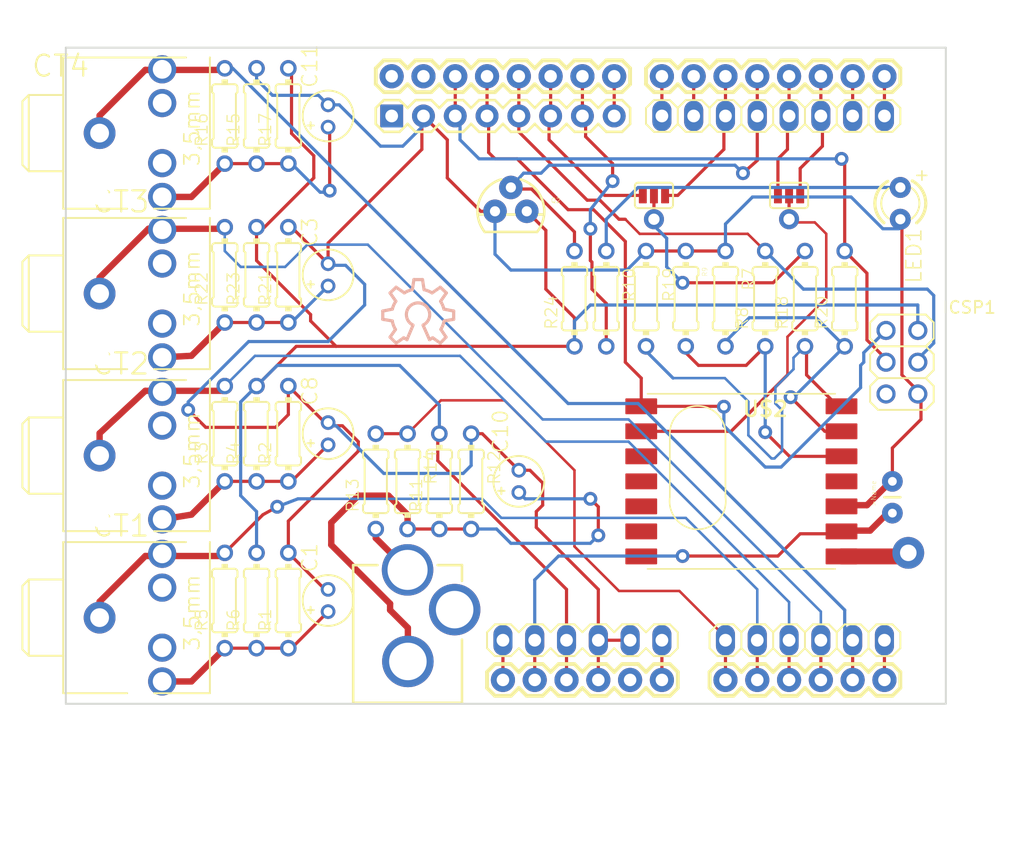
<source format=kicad_pcb>
(kicad_pcb (version 20171130) (host pcbnew "(5.0.0)")
  (layers (0 Top signal) (31 Bottom signal) (34 B.Paste user) (35 F.Paste user) (36 B.SilkS user) (37 F.SilkS user) (38 B.Mask user) (39 F.Mask user) (44 Edge.Cuts user))
  (net 0 "")
  (net 1 +5V)
  (net 2 GND)
  (net 3 3.3V)
  (net 4 /MOSI)
  (net 5 /SCK)
  (net 6 /MISO)
  (net 7 /RX)
  (net 8 /TX)
  (net 9 /DIG2)
  (net 10 /DIG3)
  (net 11 /DIG4)
  (net 12 /DIG5)
  (net 13 /DIG6)
  (net 14 /DIG7)
  (net 15 /RST)
  (net 16 /VIN)
  (net 17 /ADC5)
  (net 18 /ADC4)
  (net 19 /ADC3)
  (net 20 /ADC2)
  (net 21 /ADC1)
  (net 22 /ADC0)
  (net 23 "Net-(CT4-Pad2)")
  (net 24 "Net-(C11-Pad+)")
  (net 25 "Net-(CT4-Pad4)")
  (net 26 "Net-(CT4-Pad3)")
  (net 27 "Net-(CT3-Pad2)")
  (net 28 "Net-(C3-Pad+)")
  (net 29 "Net-(CT3-Pad4)")
  (net 30 "Net-(CT3-Pad3)")
  (net 31 "Net-(CT2-Pad2)")
  (net 32 "Net-(C8-Pad+)")
  (net 33 "Net-(CT2-Pad4)")
  (net 34 "Net-(CT2-Pad3)")
  (net 35 "Net-(C1-Pad+)")
  (net 36 /DIG9)
  (net 37 "Net-(R20-Pad1)")
  (net 38 "Net-(R8-Pad1)")
  (net 39 "Net-(PAD1-Pad1)")
  (net 40 "Net-(R18-Pad1)")
  (net 41 "Net-(PAD2-Pad1)")
  (net 42 "Net-(U$2-PadFFS)")
  (net 43 "Net-(ANT1-Pad1)")
  (net 44 "Net-(CT1-Pad2)")
  (net 45 "Net-(CT1-Pad4)")
  (net 46 "Net-(CT1-Pad3)")
  (net 47 "Net-(ARDUINO1-PadAREF)")
  (net 48 /DIG10)
  (net 49 /DIG8)
  (net 50 /AREF)
  (net 51 "Net-(ICSP1-Pad5)")
  (net 52 "Net-(AC9V1-PadGND)")
  (net 53 "Net-(AC9V1-PadPWR)")
  (net 54 "Net-(AC9V1-PadGNDBREAK)")
  (net 55 "Net-(LED1-PadA)")
  (module emontx-shield-v1:2X03 (layer Top) (at 180.1495 103.9241 270)
    (fp_text reference ICSP1 (at -3.81 -3.175) (layer F.SilkS) (effects (font (size 0.9652 0.9652) (thickness 0.14478)) (justify left bottom)))
    (fp_text value "3x2F -  BOTTOM" hide)
    (pad 6 thru_hole circle (at 2.54 -1.27 270) (size 1.524 1.524) (drill 1.016) (layers *.Cu *.Mask) (net 2 GND))
    (pad 5 thru_hole circle (at 2.54 1.27 270) (size 1.524 1.524) (drill 1.016) (layers *.Cu *.Mask) (net 51 "Net-(ICSP1-Pad5)"))
    (pad 4 thru_hole circle (at 0 -1.27 270) (size 1.524 1.524) (drill 1.016) (layers *.Cu *.Mask) (net 4 /MOSI))
    (pad 3 thru_hole circle (at 0 1.27 270) (size 1.524 1.524) (drill 1.016) (layers *.Cu *.Mask) (net 5 /SCK))
    (pad 2 thru_hole circle (at -2.54 -1.27 270) (size 1.524 1.524) (drill 1.016) (layers *.Cu *.Mask) (net 1 +5V))
    (pad 1 thru_hole circle (at -2.54 1.27 270) (size 1.524 1.524) (drill 1.016) (layers *.Cu *.Mask) (net 6 /MISO))
  )
  (module emontx-shield-v1:1X08 (layer Top) (at 169.8625 84.2391)
    (fp_text reference JP2 hide)
    (fp_text value PINHD-1X8)
    (pad 8 thru_hole oval (at 8.89 0 90) (size 2.4384 1.524) (drill 1.016) (layers *.Cu *.Mask) (net 7 /RX))
    (pad 7 thru_hole oval (at 6.35 0 90) (size 2.4384 1.524) (drill 1.016) (layers *.Cu *.Mask) (net 8 /TX))
    (pad 6 thru_hole oval (at 3.81 0 90) (size 2.4384 1.524) (drill 1.016) (layers *.Cu *.Mask) (net 9 /DIG2))
    (pad 5 thru_hole oval (at 1.27 0 90) (size 2.4384 1.524) (drill 1.016) (layers *.Cu *.Mask) (net 10 /DIG3))
    (pad 4 thru_hole oval (at -1.27 0 90) (size 2.4384 1.524) (drill 1.016) (layers *.Cu *.Mask) (net 11 /DIG4))
    (pad 3 thru_hole oval (at -3.81 0 90) (size 2.4384 1.524) (drill 1.016) (layers *.Cu *.Mask) (net 12 /DIG5))
    (pad 2 thru_hole oval (at -6.35 0 90) (size 2.4384 1.524) (drill 1.016) (layers *.Cu *.Mask) (net 13 /DIG6))
    (pad 1 thru_hole oval (at -8.89 0 90) (size 2.4384 1.524) (drill 1.016) (layers *.Cu *.Mask) (net 14 /DIG7))
  )
  (module emontx-shield-v1:JEELABS_MA06-1 (layer Top) (at 160.9725 126.1491 180)
    (fp_text reference JP1 hide)
    (fp_text value JEELABS_MA06-1)
    (pad 6 thru_hole oval (at 12.7 0 270) (size 2.4384 1.524) (drill 1.016) (layers *.Cu *.Mask) (net 15 /RST))
    (pad 5 thru_hole oval (at 10.16 0 270) (size 2.4384 1.524) (drill 1.016) (layers *.Cu *.Mask) (net 3 3.3V))
    (pad 4 thru_hole oval (at 7.62 0 270) (size 2.4384 1.524) (drill 1.016) (layers *.Cu *.Mask) (net 1 +5V))
    (pad 3 thru_hole oval (at 5.08 0 270) (size 2.4384 1.524) (drill 1.016) (layers *.Cu *.Mask) (net 2 GND))
    (pad 2 thru_hole oval (at 2.54 0 270) (size 2.4384 1.524) (drill 1.016) (layers *.Cu *.Mask) (net 2 GND))
    (pad 1 thru_hole oval (at 0 0 270) (size 2.4384 1.524) (drill 1.016) (layers *.Cu *.Mask) (net 16 /VIN))
  )
  (module emontx-shield-v1:1X06 (layer Top) (at 172.4025 126.1491)
    (fp_text reference JP3 hide)
    (fp_text value PINHD-1X6)
    (pad 6 thru_hole oval (at 6.35 0 90) (size 2.4384 1.524) (drill 1.016) (layers *.Cu *.Mask) (net 17 /ADC5))
    (pad 5 thru_hole oval (at 3.81 0 90) (size 2.4384 1.524) (drill 1.016) (layers *.Cu *.Mask) (net 18 /ADC4))
    (pad 4 thru_hole oval (at 1.27 0 90) (size 2.4384 1.524) (drill 1.016) (layers *.Cu *.Mask) (net 19 /ADC3))
    (pad 3 thru_hole oval (at -1.27 0 90) (size 2.4384 1.524) (drill 1.016) (layers *.Cu *.Mask) (net 20 /ADC2))
    (pad 2 thru_hole oval (at -3.81 0 90) (size 2.4384 1.524) (drill 1.016) (layers *.Cu *.Mask) (net 21 /ADC1))
    (pad 1 thru_hole oval (at -6.35 0 90) (size 2.4384 1.524) (drill 1.016) (layers *.Cu *.Mask) (net 22 /ADC0))
  )
  (module emontx-shield-v1:STX3100 (layer Top) (at 113.3475 85.5091)
    (fp_text reference CT4 (at 1.985 -6.25) (layer F.SilkS) (effects (font (size 1.6891 1.6891) (thickness 0.16891)) (justify right top)))
    (fp_text value STEREOJACK hide)
    (fp_text user 3,5mm (at 10.79 2.831 90) (layer F.SilkS) (effects (font (size 1.2065 1.2065) (thickness 0.127)) (justify left bottom)))
    (pad "" np_thru_hole circle (at 7.7 0.1) (size 1.5 1.5) (drill 1.5) (layers *.Cu))
    (pad "" np_thru_hole circle (at 2.7 5.1) (size 1.5 1.5) (drill 1.5) (layers *.Cu))
    (pad "" np_thru_hole circle (at 2.7 -4.9) (size 1.5 1.5) (drill 1.5) (layers *.Cu))
    (pad 2 thru_hole circle (at 7.7 -5) (size 2.25 2.25) (drill 1.5) (layers *.Cu *.Mask) (net 23 "Net-(CT4-Pad2)"))
    (pad 5 thru_hole circle (at 7.7 5.2) (size 2.25 2.25) (drill 1.5) (layers *.Cu *.Mask) (net 24 "Net-(C11-Pad+)"))
    (pad 4 thru_hole circle (at 7.7 2.5) (size 2.25 2.25) (drill 1.5) (layers *.Cu *.Mask) (net 25 "Net-(CT4-Pad4)"))
    (pad 3 thru_hole circle (at 7.7 -2.3) (size 2.25 2.25) (drill 1.5) (layers *.Cu *.Mask) (net 26 "Net-(CT4-Pad3)"))
    (pad 1 thru_hole circle (at 2.7 0.1) (size 2.54 2.54) (drill 1.5) (layers *.Cu *.Mask) (net 18 /ADC4))
  )
  (module emontx-shield-v1:STX3100 (layer Top) (at 113.3475 98.3361)
    (fp_text reference CT3 (at 1.985 -6.25) (layer F.SilkS) (effects (font (size 1.6891 1.6891) (thickness 0.16891)) (justify left bottom)))
    (fp_text value STEREOJACK hide)
    (fp_text user 3,5mm (at 10.79 2.831 90) (layer F.SilkS) (effects (font (size 1.2065 1.2065) (thickness 0.127)) (justify left bottom)))
    (pad "" np_thru_hole circle (at 7.7 0.1) (size 1.5 1.5) (drill 1.5) (layers *.Cu))
    (pad "" np_thru_hole circle (at 2.7 5.1) (size 1.5 1.5) (drill 1.5) (layers *.Cu))
    (pad "" np_thru_hole circle (at 2.7 -4.9) (size 1.5 1.5) (drill 1.5) (layers *.Cu))
    (pad 2 thru_hole circle (at 7.7 -5) (size 2.25 2.25) (drill 1.5) (layers *.Cu *.Mask) (net 27 "Net-(CT3-Pad2)"))
    (pad 5 thru_hole circle (at 7.7 5.2) (size 2.25 2.25) (drill 1.5) (layers *.Cu *.Mask) (net 28 "Net-(C3-Pad+)"))
    (pad 4 thru_hole circle (at 7.7 2.5) (size 2.25 2.25) (drill 1.5) (layers *.Cu *.Mask) (net 29 "Net-(CT3-Pad4)"))
    (pad 3 thru_hole circle (at 7.7 -2.3) (size 2.25 2.25) (drill 1.5) (layers *.Cu *.Mask) (net 30 "Net-(CT3-Pad3)"))
    (pad 1 thru_hole circle (at 2.7 0.1) (size 2.54 2.54) (drill 1.5) (layers *.Cu *.Mask) (net 19 /ADC3))
  )
  (module emontx-shield-v1:STX3100 (layer Top) (at 113.3475 111.2901)
    (fp_text reference CT2 (at 1.985 -6.25) (layer F.SilkS) (effects (font (size 1.6891 1.6891) (thickness 0.16891)) (justify left bottom)))
    (fp_text value STEREOJACK hide)
    (fp_text user 3,5mm (at 10.79 2.831 90) (layer F.SilkS) (effects (font (size 1.2065 1.2065) (thickness 0.127)) (justify left bottom)))
    (pad "" np_thru_hole circle (at 7.7 0.1) (size 1.5 1.5) (drill 1.5) (layers *.Cu))
    (pad "" np_thru_hole circle (at 2.7 5.1) (size 1.5 1.5) (drill 1.5) (layers *.Cu))
    (pad "" np_thru_hole circle (at 2.7 -4.9) (size 1.5 1.5) (drill 1.5) (layers *.Cu))
    (pad 2 thru_hole circle (at 7.7 -5) (size 2.25 2.25) (drill 1.5) (layers *.Cu *.Mask) (net 31 "Net-(CT2-Pad2)"))
    (pad 5 thru_hole circle (at 7.7 5.2) (size 2.25 2.25) (drill 1.5) (layers *.Cu *.Mask) (net 32 "Net-(C8-Pad+)"))
    (pad 4 thru_hole circle (at 7.7 2.5) (size 2.25 2.25) (drill 1.5) (layers *.Cu *.Mask) (net 33 "Net-(CT2-Pad4)"))
    (pad 3 thru_hole circle (at 7.7 -2.3) (size 2.25 2.25) (drill 1.5) (layers *.Cu *.Mask) (net 34 "Net-(CT2-Pad3)"))
    (pad 1 thru_hole circle (at 2.7 0.1) (size 2.54 2.54) (drill 1.5) (layers *.Cu *.Mask) (net 20 /ADC2))
  )
  (module emontx-shield-v1:0204_7 (layer Top) (at 131.1275 109.6391 90)
    (fp_text reference R2 (at -2.54 -1.2954 90) (layer F.SilkS) (effects (font (size 0.94107 0.94107) (thickness 0.09906)) (justify left bottom)))
    (fp_text value 470K)
    (pad 2 thru_hole circle (at 3.81 0 90) (size 1.3208 1.3208) (drill 0.8128) (layers *.Cu *.Mask) (net 2 GND))
    (pad 1 thru_hole circle (at -3.81 0 90) (size 1.3208 1.3208) (drill 0.8128) (layers *.Cu *.Mask) (net 32 "Net-(C8-Pad+)"))
  )
  (module emontx-shield-v1:0204_7 (layer Top) (at 126.0475 109.6391 90)
    (fp_text reference R3 (at -2.54 -1.2954 90) (layer F.SilkS) (effects (font (size 0.94107 0.94107) (thickness 0.09906)) (justify left bottom)))
    (fp_text value 33R)
    (pad 2 thru_hole circle (at 3.81 0 90) (size 1.3208 1.3208) (drill 0.8128) (layers *.Cu *.Mask) (net 20 /ADC2))
    (pad 1 thru_hole circle (at -3.81 0 90) (size 1.3208 1.3208) (drill 0.8128) (layers *.Cu *.Mask) (net 32 "Net-(C8-Pad+)"))
  )
  (module emontx-shield-v1:0204_7 (layer Top) (at 128.5875 109.6391 90)
    (fp_text reference R4 (at -2.54 -1.2954 90) (layer F.SilkS) (effects (font (size 0.94107 0.94107) (thickness 0.09906)) (justify left bottom)))
    (fp_text value 470K)
    (pad 2 thru_hole circle (at 3.81 0 90) (size 1.3208 1.3208) (drill 0.8128) (layers *.Cu *.Mask) (net 1 +5V))
    (pad 1 thru_hole circle (at -3.81 0 90) (size 1.3208 1.3208) (drill 0.8128) (layers *.Cu *.Mask) (net 32 "Net-(C8-Pad+)"))
  )
  (module emontx-shield-v1:E1,8-4 (layer Top) (at 134.3025 109.6391 90)
    (fp_text reference C8 (at 2.159 -0.762 90) (layer F.SilkS) (effects (font (size 1.2065 1.2065) (thickness 0.12065)) (justify left bottom)))
    (fp_text value 10µ)
    (pad + thru_hole circle (at -0.889 0 90) (size 1.1684 1.1684) (drill 0.7112) (layers *.Cu *.Mask) (net 32 "Net-(C8-Pad+)"))
    (pad - thru_hole circle (at 0.889 0 90) (size 1.1684 1.1684) (drill 0.7112) (layers *.Cu *.Mask) (net 2 GND))
  )
  (module emontx-shield-v1:0204_7 (layer Top) (at 143.1925 113.4491 90)
    (fp_text reference R11 (at -2.54 -1.2954 90) (layer F.SilkS) (effects (font (size 0.94107 0.94107) (thickness 0.09906)) (justify left bottom)))
    (fp_text value 470K)
    (pad 2 thru_hole circle (at 3.81 0 90) (size 1.3208 1.3208) (drill 0.8128) (layers *.Cu *.Mask) (net 1 +5V))
    (pad 1 thru_hole circle (at -3.81 0 90) (size 1.3208 1.3208) (drill 0.8128) (layers *.Cu *.Mask) (net 52 "Net-(AC9V1-PadGND)"))
  )
  (module emontx-shield-v1:0204_7 (layer Top) (at 145.7325 113.4491 270)
    (fp_text reference R12 (at -2.54 -1.2954 270) (layer F.SilkS) (effects (font (size 0.94107 0.94107) (thickness 0.09906)) (justify right top)))
    (fp_text value 470K)
    (pad 2 thru_hole circle (at 3.81 0 270) (size 1.3208 1.3208) (drill 0.8128) (layers *.Cu *.Mask) (net 52 "Net-(AC9V1-PadGND)"))
    (pad 1 thru_hole circle (at -3.81 0 270) (size 1.3208 1.3208) (drill 0.8128) (layers *.Cu *.Mask) (net 2 GND))
  )
  (module emontx-shield-v1:0204_7 (layer Top) (at 138.1125 113.4491 90)
    (fp_text reference R13 (at -2.54 -1.2954 90) (layer F.SilkS) (effects (font (size 0.94107 0.94107) (thickness 0.09906)) (justify left bottom)))
    (fp_text value 100K)
    (pad 2 thru_hole circle (at 3.81 0 90) (size 1.3208 1.3208) (drill 0.8128) (layers *.Cu *.Mask) (net 22 /ADC0))
    (pad 1 thru_hole circle (at -3.81 0 90) (size 1.3208 1.3208) (drill 0.8128) (layers *.Cu *.Mask) (net 53 "Net-(AC9V1-PadPWR)"))
  )
  (module emontx-shield-v1:0204_7 (layer Top) (at 140.6525 113.4491 270)
    (fp_text reference R14 (at -2.54 -1.2954 270) (layer F.SilkS) (effects (font (size 0.94107 0.94107) (thickness 0.09906)) (justify right top)))
    (fp_text value 10K)
    (pad 2 thru_hole circle (at 3.81 0 270) (size 1.3208 1.3208) (drill 0.8128) (layers *.Cu *.Mask) (net 52 "Net-(AC9V1-PadGND)"))
    (pad 1 thru_hole circle (at -3.81 0 270) (size 1.3208 1.3208) (drill 0.8128) (layers *.Cu *.Mask) (net 22 /ADC0))
  )
  (module emontx-shield-v1:E1,8-4 (layer Top) (at 149.5425 113.4491 90)
    (fp_text reference C10 (at 2.159 -0.762 90) (layer F.SilkS) (effects (font (size 1.2065 1.2065) (thickness 0.12065)) (justify left bottom)))
    (fp_text value 10µ)
    (pad + thru_hole circle (at -0.889 0 90) (size 1.1684 1.1684) (drill 0.7112) (layers *.Cu *.Mask) (net 52 "Net-(AC9V1-PadGND)"))
    (pad - thru_hole circle (at 0.889 0 90) (size 1.1684 1.1684) (drill 0.7112) (layers *.Cu *.Mask) (net 2 GND))
  )
  (module emontx-shield-v1:0204_7 (layer Top) (at 128.5875 84.2391 90)
    (fp_text reference R15 (at -2.54 -1.2954 90) (layer F.SilkS) (effects (font (size 0.94107 0.94107) (thickness 0.09906)) (justify left bottom)))
    (fp_text value 470K)
    (pad 2 thru_hole circle (at 3.81 0 90) (size 1.3208 1.3208) (drill 0.8128) (layers *.Cu *.Mask) (net 2 GND))
    (pad 1 thru_hole circle (at -3.81 0 90) (size 1.3208 1.3208) (drill 0.8128) (layers *.Cu *.Mask) (net 24 "Net-(C11-Pad+)"))
  )
  (module emontx-shield-v1:0204_7 (layer Top) (at 126.0475 84.2391 90)
    (fp_text reference R16 (at -2.54 -1.2954 90) (layer F.SilkS) (effects (font (size 0.94107 0.94107) (thickness 0.09906)) (justify left bottom)))
    (fp_text value 33R)
    (pad 2 thru_hole circle (at 3.81 0 90) (size 1.3208 1.3208) (drill 0.8128) (layers *.Cu *.Mask) (net 18 /ADC4))
    (pad 1 thru_hole circle (at -3.81 0 90) (size 1.3208 1.3208) (drill 0.8128) (layers *.Cu *.Mask) (net 24 "Net-(C11-Pad+)"))
  )
  (module emontx-shield-v1:0204_7 (layer Top) (at 131.1275 84.2391 90)
    (fp_text reference R17 (at -2.54 -1.2954 90) (layer F.SilkS) (effects (font (size 0.94107 0.94107) (thickness 0.09906)) (justify left bottom)))
    (fp_text value 470K)
    (pad 2 thru_hole circle (at 3.81 0 90) (size 1.3208 1.3208) (drill 0.8128) (layers *.Cu *.Mask) (net 1 +5V))
    (pad 1 thru_hole circle (at -3.81 0 90) (size 1.3208 1.3208) (drill 0.8128) (layers *.Cu *.Mask) (net 24 "Net-(C11-Pad+)"))
  )
  (module emontx-shield-v1:E1,8-4 (layer Top) (at 134.3025 84.2391 90)
    (fp_text reference C11 (at 2.159 -0.762 90) (layer F.SilkS) (effects (font (size 1.2065 1.2065) (thickness 0.12065)) (justify left bottom)))
    (fp_text value 10µ)
    (pad + thru_hole circle (at -0.889 0 90) (size 1.1684 1.1684) (drill 0.7112) (layers *.Cu *.Mask) (net 24 "Net-(C11-Pad+)"))
    (pad - thru_hole circle (at 0.889 0 90) (size 1.1684 1.1684) (drill 0.7112) (layers *.Cu *.Mask) (net 2 GND))
  )
  (module emontx-shield-v1:0204_7 (layer Top) (at 131.1275 122.9741 90)
    (fp_text reference R1 (at -2.54 -1.2954 90) (layer F.SilkS) (effects (font (size 0.94107 0.94107) (thickness 0.09906)) (justify left bottom)))
    (fp_text value 470K)
    (pad 2 thru_hole circle (at 3.81 0 90) (size 1.3208 1.3208) (drill 0.8128) (layers *.Cu *.Mask) (net 2 GND))
    (pad 1 thru_hole circle (at -3.81 0 90) (size 1.3208 1.3208) (drill 0.8128) (layers *.Cu *.Mask) (net 35 "Net-(C1-Pad+)"))
  )
  (module emontx-shield-v1:0204_7 (layer Top) (at 126.0475 122.9741 90)
    (fp_text reference R5 (at -2.54 -1.2954 90) (layer F.SilkS) (effects (font (size 0.94107 0.94107) (thickness 0.09906)) (justify left bottom)))
    (fp_text value 33R)
    (pad 2 thru_hole circle (at 3.81 0 90) (size 1.3208 1.3208) (drill 0.8128) (layers *.Cu *.Mask) (net 21 /ADC1))
    (pad 1 thru_hole circle (at -3.81 0 90) (size 1.3208 1.3208) (drill 0.8128) (layers *.Cu *.Mask) (net 35 "Net-(C1-Pad+)"))
  )
  (module emontx-shield-v1:0204_7 (layer Top) (at 128.5875 122.9741 90)
    (fp_text reference R6 (at -2.54 -1.2954 90) (layer F.SilkS) (effects (font (size 0.94107 0.94107) (thickness 0.09906)) (justify left bottom)))
    (fp_text value 470K)
    (pad 2 thru_hole circle (at 3.81 0 90) (size 1.3208 1.3208) (drill 0.8128) (layers *.Cu *.Mask) (net 1 +5V))
    (pad 1 thru_hole circle (at -3.81 0 90) (size 1.3208 1.3208) (drill 0.8128) (layers *.Cu *.Mask) (net 35 "Net-(C1-Pad+)"))
  )
  (module emontx-shield-v1:E1,8-4 (layer Top) (at 134.3025 122.9741 90)
    (fp_text reference C1 (at 2.159 -0.762 90) (layer F.SilkS) (effects (font (size 1.2065 1.2065) (thickness 0.12065)) (justify left bottom)))
    (fp_text value 10µ)
    (pad + thru_hole circle (at -0.889 0 90) (size 1.1684 1.1684) (drill 0.7112) (layers *.Cu *.Mask) (net 35 "Net-(C1-Pad+)"))
    (pad - thru_hole circle (at 0.889 0 90) (size 1.1684 1.1684) (drill 0.7112) (layers *.Cu *.Mask) (net 2 GND))
  )
  (module emontx-shield-v1:POWER_JACK_PTH_LOCK (layer Top) (at 140.6525 134.4041)
    (fp_text reference AC9V1 hide)
    (fp_text value POWER_JACKPTH_LOCK hide)
    (pad GNDBREAK thru_hole circle (at 3.7616 -10.7 90) (size 4.1148 4.1148) (drill 2.9972) (layers *.Cu *.Mask) (net 54 "Net-(AC9V1-PadGNDBREAK)"))
    (pad GND thru_hole circle (at 0.0254 -6.557) (size 4.1148 4.1148) (drill 2.9972) (layers *.Cu *.Mask) (net 52 "Net-(AC9V1-PadGND)"))
    (pad PWR thru_hole circle (at 0 -13.8778) (size 4.1148 4.1148) (drill 3.2) (layers *.Cu *.Mask) (net 53 "Net-(AC9V1-PadPWR)"))
  )
  (module emontx-shield-v1:LED3MM (layer Top) (at 180.0225 91.2241 270)
    (fp_text reference LED1 (at 1.905 -0.381 90) (layer F.SilkS) (effects (font (size 1.2065 1.2065) (thickness 0.12065)) (justify right top)))
    (fp_text value LED3MM)
    (pad K thru_hole circle (at 1.27 0 270) (size 1.6764 1.6764) (drill 0.8128) (layers *.Cu *.Mask) (net 2 GND))
    (pad A thru_hole circle (at -1.27 0 270) (size 1.6764 1.6764) (drill 0.8128) (layers *.Cu *.Mask) (net 55 "Net-(LED1-PadA)"))
  )
  (module emontx-shield-v1:0204_7 (layer Top) (at 156.5275 98.8441 270)
    (fp_text reference R10 (at -2.54 -1.2954 270) (layer F.SilkS) (effects (font (size 0.94107 0.94107) (thickness 0.09906)) (justify right top)))
    (fp_text value 470R)
    (pad 2 thru_hole circle (at 3.81 0 270) (size 1.3208 1.3208) (drill 0.8128) (layers *.Cu *.Mask) (net 36 /DIG9))
    (pad 1 thru_hole circle (at -3.81 0 270) (size 1.3208 1.3208) (drill 0.8128) (layers *.Cu *.Mask) (net 55 "Net-(LED1-PadA)"))
  )
  (module emontx-shield-v1:CAP-PTH-SMALL (layer Top) (at 179.3875 115.9891 90)
    (fp_text reference C2 hide)
    (fp_text value 0.1µ hide)
    (fp_text user >Name (at 0.508 -1.27 90) (layer F.SilkS) (effects (font (size 0.38608 0.38608) (thickness 0.032512)) (justify left bottom)))
    (pad 2 thru_hole circle (at 2.54 0 90) (size 1.651 1.651) (drill 0.7) (layers *.Cu *.Mask) (net 2 GND))
    (pad 1 thru_hole circle (at 0 0 90) (size 1.651 1.651) (drill 0.7) (layers *.Cu *.Mask) (net 3 3.3V))
  )
  (module emontx-shield-v1:RESISTOR_0204_7 (layer Top) (at 166.0525 98.8441 270)
    (fp_text reference R7 (at -2.54 -1.2954 90) (layer F.SilkS) (effects (font (size 0.94107 0.94107) (thickness 0.094107)) (justify right top)))
    (fp_text value 10k)
    (pad 2 thru_hole circle (at 3.81 0 270) (size 1.3208 1.3208) (drill 0.8128) (layers *.Cu *.Mask) (net 37 "Net-(R20-Pad1)"))
    (pad 1 thru_hole circle (at -3.81 0 270) (size 1.3208 1.3208) (drill 0.8128) (layers *.Cu *.Mask) (net 2 GND))
  )
  (module emontx-shield-v1:RESISTOR_0204_7 (layer Top) (at 169.2275 98.8441 90)
    (fp_text reference R8 (at -2.54 -1.2954 90) (layer F.SilkS) (effects (font (size 0.94107 0.94107) (thickness 0.094107)) (justify left bottom)))
    (fp_text value 4k7)
    (pad 2 thru_hole circle (at 3.81 0 90) (size 1.3208 1.3208) (drill 0.8128) (layers *.Cu *.Mask) (net 4 /MOSI))
    (pad 1 thru_hole circle (at -3.81 0 90) (size 1.3208 1.3208) (drill 0.8128) (layers *.Cu *.Mask) (net 38 "Net-(R8-Pad1)"))
  )
  (module emontx-shield-v1:RESISTOR_0204_7 (layer Top) (at 162.8775 98.8441 270)
    (fp_text reference R9 (at -2.54 -1.2954 90) (layer F.SilkS) (effects (font (size 0.38608 0.38608) (thickness 0.030886)) (justify right top)))
    (fp_text value 10k)
    (pad 2 thru_hole circle (at 3.81 0 270) (size 1.3208 1.3208) (drill 0.8128) (layers *.Cu *.Mask) (net 38 "Net-(R8-Pad1)"))
    (pad 1 thru_hole circle (at -3.81 0 270) (size 1.3208 1.3208) (drill 0.8128) (layers *.Cu *.Mask) (net 2 GND))
  )
  (module emontx-shield-v1:RESISTOR_0204_7 (layer Top) (at 172.4025 98.8441 90)
    (fp_text reference R18 (at -2.54 -1.2954 90) (layer F.SilkS) (effects (font (size 0.94107 0.94107) (thickness 0.094107)) (justify left bottom)))
    (fp_text value 4k7)
    (pad 2 thru_hole circle (at 3.81 0 90) (size 1.3208 1.3208) (drill 0.8128) (layers *.Cu *.Mask) (net 39 "Net-(PAD1-Pad1)"))
    (pad 1 thru_hole circle (at -3.81 0 90) (size 1.3208 1.3208) (drill 0.8128) (layers *.Cu *.Mask) (net 40 "Net-(R18-Pad1)"))
  )
  (module emontx-shield-v1:RESISTOR_0204_7 (layer Top) (at 159.7025 98.8441 270)
    (fp_text reference R19 (at -2.54 -1.2954 90) (layer F.SilkS) (effects (font (size 0.94107 0.94107) (thickness 0.094107)) (justify right top)))
    (fp_text value 10k)
    (pad 2 thru_hole circle (at 3.81 0 270) (size 1.3208 1.3208) (drill 0.8128) (layers *.Cu *.Mask) (net 40 "Net-(R18-Pad1)"))
    (pad 1 thru_hole circle (at -3.81 0 270) (size 1.3208 1.3208) (drill 0.8128) (layers *.Cu *.Mask) (net 2 GND))
  )
  (module emontx-shield-v1:RESISTOR_0204_7 (layer Top) (at 175.5775 98.8441 90)
    (fp_text reference R20 (at -2.54 -1.2954 90) (layer F.SilkS) (effects (font (size 0.94107 0.94107) (thickness 0.094107)) (justify left bottom)))
    (fp_text value 4k7)
    (pad 2 thru_hole circle (at 3.81 0 90) (size 1.3208 1.3208) (drill 0.8128) (layers *.Cu *.Mask) (net 5 /SCK))
    (pad 1 thru_hole circle (at -3.81 0 90) (size 1.3208 1.3208) (drill 0.8128) (layers *.Cu *.Mask) (net 37 "Net-(R20-Pad1)"))
  )
  (module emontx-shield-v1:RFM12B (layer Top) (at 167.3225 113.4491)
    (fp_text reference U$2 (at 0 -5.08) (layer F.SilkS) (effects (font (size 1.2065 1.2065) (thickness 0.2032)) (justify left bottom)))
    (fp_text value RFM12B)
    (pad VDD smd roundrect (at 8 4) (size 2.54 1.27) (layers Top F.Paste F.Mask) (roundrect_rratio 0.05) (net 3 3.3V))
    (pad SEL smd roundrect (at 8 -6) (size 2.54 1.27) (layers Top F.Paste F.Mask) (roundrect_rratio 0.05) (net 40 "Net-(R18-Pad1)"))
    (pad SDO smd roundrect (at -8 -6) (size 2.54 1.27) (layers Top F.Paste F.Mask) (roundrect_rratio 0.05) (net 6 /MISO))
    (pad SDI smd roundrect (at 8 -2) (size 2.54 1.27) (layers Top F.Paste F.Mask) (roundrect_rratio 0.05) (net 38 "Net-(R8-Pad1)"))
    (pad SCK smd roundrect (at 8 -4) (size 2.54 1.27) (layers Top F.Paste F.Mask) (roundrect_rratio 0.05) (net 37 "Net-(R20-Pad1)"))
    (pad P$16 smd roundrect (at 8 0) (size 2.54 1.27) (layers Top F.Paste F.Mask) (roundrect_rratio 0.05))
    (pad P$12 smd roundrect (at -8 6) (size 2.54 1.27) (layers Top F.Paste F.Mask) (roundrect_rratio 0.05))
    (pad P$10 smd roundrect (at -8 4) (size 2.54 1.27) (layers Top F.Paste F.Mask) (roundrect_rratio 0.05))
    (pad P$9 smd roundrect (at -8 2) (size 2.54 1.27) (layers Top F.Paste F.Mask) (roundrect_rratio 0.05))
    (pad P$8 smd roundrect (at -8 0) (size 2.54 1.27) (layers Top F.Paste F.Mask) (roundrect_rratio 0.05))
    (pad IRQ smd roundrect (at -8 -4) (size 2.54 1.27) (layers Top F.Paste F.Mask) (roundrect_rratio 0.05) (net 41 "Net-(PAD2-Pad1)"))
    (pad GND smd roundrect (at 8 2) (size 2.54 1.27) (layers Top F.Paste F.Mask) (roundrect_rratio 0.05) (net 2 GND))
    (pad FFS smd roundrect (at -8 -2) (size 2.54 1.27) (layers Top F.Paste F.Mask) (roundrect_rratio 0.05) (net 42 "Net-(U$2-PadFFS)"))
    (pad ANT smd roundrect (at 8 6) (size 2.54 1.27) (layers Top F.Paste F.Mask) (roundrect_rratio 0.05) (net 43 "Net-(ANT1-Pad1)"))
  )
  (module emontx-shield-v1:STX3100 (layer Top) (at 113.3475 124.2441)
    (fp_text reference CT1 (at 1.985 -6.25) (layer F.SilkS) (effects (font (size 1.6891 1.6891) (thickness 0.16891)) (justify left bottom)))
    (fp_text value STEREOJACK hide)
    (fp_text user 3,5mm (at 10.79 2.831 90) (layer F.SilkS) (effects (font (size 1.2065 1.2065) (thickness 0.127)) (justify left bottom)))
    (pad "" np_thru_hole circle (at 7.7 0.1) (size 1.5 1.5) (drill 1.5) (layers *.Cu))
    (pad "" np_thru_hole circle (at 2.7 5.1) (size 1.5 1.5) (drill 1.5) (layers *.Cu))
    (pad "" np_thru_hole circle (at 2.7 -4.9) (size 1.5 1.5) (drill 1.5) (layers *.Cu))
    (pad 2 thru_hole circle (at 7.7 -5) (size 2.25 2.25) (drill 1.5) (layers *.Cu *.Mask) (net 44 "Net-(CT1-Pad2)"))
    (pad 5 thru_hole circle (at 7.7 5.2) (size 2.25 2.25) (drill 1.5) (layers *.Cu *.Mask) (net 35 "Net-(C1-Pad+)"))
    (pad 4 thru_hole circle (at 7.7 2.5) (size 2.25 2.25) (drill 1.5) (layers *.Cu *.Mask) (net 45 "Net-(CT1-Pad4)"))
    (pad 3 thru_hole circle (at 7.7 -2.3) (size 2.25 2.25) (drill 1.5) (layers *.Cu *.Mask) (net 46 "Net-(CT1-Pad3)"))
    (pad 1 thru_hole circle (at 2.7 0.1) (size 2.54 2.54) (drill 1.5) (layers *.Cu *.Mask) (net 21 /ADC1))
  )
  (module emontx-shield-v1:ARDUINO2 (layer Top) (at 178.7525 129.3241 90)
    (fp_text reference ARDUINO1 hide)
    (fp_text value ARDUINO2 hide)
    (pad AREF thru_hole circle (at 48.26 -39.37 90) (size 1.9304 1.9304) (drill 1) (layers *.Cu *.Mask) (net 47 "Net-(ARDUINO1-PadAREF)"))
    (pad GND2 thru_hole circle (at 48.26 -36.83 90) (size 1.9304 1.9304) (drill 1) (layers *.Cu *.Mask))
    (pad 13 thru_hole circle (at 48.26 -34.29 90) (size 1.9304 1.9304) (drill 1) (layers *.Cu *.Mask) (net 5 /SCK))
    (pad 12 thru_hole circle (at 48.26 -31.75 90) (size 1.9304 1.9304) (drill 1) (layers *.Cu *.Mask) (net 6 /MISO))
    (pad PWM_11 thru_hole circle (at 48.26 -29.21 90) (size 1.9304 1.9304) (drill 1) (layers *.Cu *.Mask) (net 4 /MOSI))
    (pad PWM_10 thru_hole circle (at 48.26 -26.67 90) (size 1.9304 1.9304) (drill 1) (layers *.Cu *.Mask) (net 48 /DIG10))
    (pad PWM_09 thru_hole circle (at 48.26 -24.13 90) (size 1.9304 1.9304) (drill 1) (layers *.Cu *.Mask) (net 36 /DIG9))
    (pad 08 thru_hole circle (at 48.26 -21.59 90) (size 1.9304 1.9304) (drill 1) (layers *.Cu *.Mask) (net 49 /DIG8))
    (pad 07 thru_hole circle (at 48.26 -17.78 90) (size 1.9304 1.9304) (drill 1) (layers *.Cu *.Mask) (net 14 /DIG7))
    (pad PWM_06 thru_hole circle (at 48.26 -15.24 90) (size 1.9304 1.9304) (drill 1) (layers *.Cu *.Mask) (net 13 /DIG6))
    (pad PWM_05 thru_hole circle (at 48.26 -12.7 90) (size 1.9304 1.9304) (drill 1) (layers *.Cu *.Mask) (net 12 /DIG5))
    (pad 04 thru_hole circle (at 48.26 -10.16 90) (size 1.9304 1.9304) (drill 1) (layers *.Cu *.Mask) (net 11 /DIG4))
    (pad PWM_03 thru_hole circle (at 48.26 -7.62 90) (size 1.9304 1.9304) (drill 1) (layers *.Cu *.Mask) (net 10 /DIG3))
    (pad 02 thru_hole circle (at 48.26 -5.08 90) (size 1.9304 1.9304) (drill 1) (layers *.Cu *.Mask) (net 9 /DIG2))
    (pad TX_01 thru_hole circle (at 48.26 -2.54 90) (size 1.9304 1.9304) (drill 1) (layers *.Cu *.Mask) (net 8 /TX))
    (pad RX_00 thru_hole circle (at 48.26 0 90) (size 1.9304 1.9304) (drill 1) (layers *.Cu *.Mask) (net 7 /RX))
    (pad RESET thru_hole circle (at 0 -30.48 90) (size 1.9304 1.9304) (drill 1) (layers *.Cu *.Mask) (net 15 /RST))
    (pad 3V3 thru_hole circle (at 0 -27.94 90) (size 1.9304 1.9304) (drill 1) (layers *.Cu *.Mask) (net 3 3.3V))
    (pad 5V thru_hole circle (at 0 -25.4 90) (size 1.9304 1.9304) (drill 1) (layers *.Cu *.Mask) (net 1 +5V))
    (pad GND thru_hole circle (at 0 -22.86 90) (size 1.9304 1.9304) (drill 1) (layers *.Cu *.Mask) (net 2 GND))
    (pad GND1 thru_hole circle (at 0 -20.32 90) (size 1.9304 1.9304) (drill 1) (layers *.Cu *.Mask))
    (pad VIN thru_hole circle (at 0 -17.78 90) (size 1.9304 1.9304) (drill 1) (layers *.Cu *.Mask) (net 16 /VIN))
    (pad 0 thru_hole circle (at 0 -12.7 90) (size 1.9304 1.9304) (drill 1) (layers *.Cu *.Mask) (net 22 /ADC0))
    (pad 1 thru_hole circle (at 0 -10.16 90) (size 1.9304 1.9304) (drill 1) (layers *.Cu *.Mask) (net 21 /ADC1))
    (pad 2 thru_hole circle (at 0 -7.62 90) (size 1.9304 1.9304) (drill 1) (layers *.Cu *.Mask) (net 20 /ADC2))
    (pad 3 thru_hole circle (at 0 -5.08 90) (size 1.9304 1.9304) (drill 1) (layers *.Cu *.Mask) (net 19 /ADC3))
    (pad 4 thru_hole circle (at 0 -2.54 90) (size 1.9304 1.9304) (drill 1) (layers *.Cu *.Mask) (net 18 /ADC4))
    (pad 5 thru_hole circle (at 0 0 90) (size 1.9304 1.9304) (drill 1) (layers *.Cu *.Mask) (net 17 /ADC5))
  )
  (module emontx-shield-v1:SPARKFUN_1X08 (layer Top) (at 139.3825 84.2391)
    (fp_text reference JP6 hide)
    (fp_text value SPARKFUN_M08)
    (pad 8 thru_hole circle (at 17.78 0 90) (size 1.8288 1.8288) (drill 1.016) (layers *.Cu *.Mask) (net 49 /DIG8))
    (pad 7 thru_hole circle (at 15.24 0 90) (size 1.8288 1.8288) (drill 1.016) (layers *.Cu *.Mask) (net 36 /DIG9))
    (pad 6 thru_hole circle (at 12.7 0 90) (size 1.8288 1.8288) (drill 1.016) (layers *.Cu *.Mask) (net 48 /DIG10))
    (pad 5 thru_hole circle (at 10.16 0 90) (size 1.8288 1.8288) (drill 1.016) (layers *.Cu *.Mask) (net 4 /MOSI))
    (pad 4 thru_hole circle (at 7.62 0 90) (size 1.8288 1.8288) (drill 1.016) (layers *.Cu *.Mask) (net 6 /MISO))
    (pad 3 thru_hole circle (at 5.08 0 90) (size 1.8288 1.8288) (drill 1.016) (layers *.Cu *.Mask) (net 5 /SCK))
    (pad 2 thru_hole circle (at 2.54 0 90) (size 1.8288 1.8288) (drill 1.016) (layers *.Cu *.Mask) (net 2 GND))
    (pad 1 thru_hole rect (at 0 0 90) (size 1.8288 1.8288) (drill 1.016) (layers *.Cu *.Mask) (net 50 /AREF))
  )
  (module emontx-shield-v1:PAD-01 (layer Top) (at 180.6575 119.1641)
    (fp_text reference ANT1 hide)
    (fp_text value ANTENNA)
    (pad 1 thru_hole circle (at 0 0) (size 2.54 2.54) (drill 1.3208) (layers *.Cu *.Mask) (net 43 "Net-(ANT1-Pad1)"))
  )
  (module emontx-shield-v1:SJ_3 (layer Top) (at 160.3375 90.5891)
    (fp_text reference SJ1 hide)
    (fp_text value SOLDERJUMPER_2WAYS)
    (pad 3 smd roundrect (at 0.889 0) (size 0.635 1.27) (layers Top F.Mask) (roundrect_rratio 0.08) (net 12 /DIG5))
    (pad 2 smd roundrect (at 0 0) (size 0.635 1.27) (layers Top F.Mask) (roundrect_rratio 0.08) (net 39 "Net-(PAD1-Pad1)"))
    (pad 1 smd roundrect (at -0.889 0) (size 0.635 1.27) (layers Top F.Mask) (roundrect_rratio 0.08) (net 48 /DIG10))
  )
  (module emontx-shield-v1:JEELABS_1,6_0,8 (layer Top) (at 160.3375 92.4941)
    (fp_text reference PAD1 hide)
    (fp_text value JEELABS_1,6_0,8)
    (pad 1 thru_hole circle (at 0 0) (size 1.6002 1.6002) (drill 0.9) (layers *.Cu *.Mask) (net 39 "Net-(PAD1-Pad1)"))
  )
  (module emontx-shield-v1:SJ_3 (layer Top) (at 171.1325 90.5891)
    (fp_text reference SJ2 hide)
    (fp_text value SOLDERJUMPER_2WAYS)
    (pad 3 smd roundrect (at 0.889 0) (size 0.635 1.27) (layers Top F.Mask) (roundrect_rratio 0.08) (net 9 /DIG2))
    (pad 2 smd roundrect (at 0 0) (size 0.635 1.27) (layers Top F.Mask) (roundrect_rratio 0.08) (net 41 "Net-(PAD2-Pad1)"))
    (pad 1 smd roundrect (at -0.889 0) (size 0.635 1.27) (layers Top F.Mask) (roundrect_rratio 0.08) (net 10 /DIG3))
  )
  (module emontx-shield-v1:JEELABS_1,6_0,8 (layer Top) (at 171.1325 92.4941)
    (fp_text reference PAD2 hide)
    (fp_text value JEELABS_1,6_0,8)
    (pad 1 thru_hole circle (at 0 0) (size 1.6002 1.6002) (drill 0.9) (layers *.Cu *.Mask) (net 41 "Net-(PAD2-Pad1)"))
  )
  (module emontx-shield-v1:0204_7 (layer Top) (at 131.1275 96.9391 90)
    (fp_text reference R21 (at -2.54 -1.2954 90) (layer F.SilkS) (effects (font (size 0.94107 0.94107) (thickness 0.09906)) (justify left bottom)))
    (fp_text value 470K)
    (pad 2 thru_hole circle (at 3.81 0 90) (size 1.3208 1.3208) (drill 0.8128) (layers *.Cu *.Mask) (net 2 GND))
    (pad 1 thru_hole circle (at -3.81 0 90) (size 1.3208 1.3208) (drill 0.8128) (layers *.Cu *.Mask) (net 28 "Net-(C3-Pad+)"))
  )
  (module emontx-shield-v1:0204_7 (layer Top) (at 126.0475 96.9391 90)
    (fp_text reference R22 (at -2.54 -1.2954 90) (layer F.SilkS) (effects (font (size 0.94107 0.94107) (thickness 0.09906)) (justify left bottom)))
    (fp_text value 33R)
    (pad 2 thru_hole circle (at 3.81 0 90) (size 1.3208 1.3208) (drill 0.8128) (layers *.Cu *.Mask) (net 19 /ADC3))
    (pad 1 thru_hole circle (at -3.81 0 90) (size 1.3208 1.3208) (drill 0.8128) (layers *.Cu *.Mask) (net 28 "Net-(C3-Pad+)"))
  )
  (module emontx-shield-v1:0204_7 (layer Top) (at 128.5875 96.9391 90)
    (fp_text reference R23 (at -2.54 -1.2954 90) (layer F.SilkS) (effects (font (size 0.94107 0.94107) (thickness 0.09906)) (justify left bottom)))
    (fp_text value 470K)
    (pad 2 thru_hole circle (at 3.81 0 90) (size 1.3208 1.3208) (drill 0.8128) (layers *.Cu *.Mask) (net 1 +5V))
    (pad 1 thru_hole circle (at -3.81 0 90) (size 1.3208 1.3208) (drill 0.8128) (layers *.Cu *.Mask) (net 28 "Net-(C3-Pad+)"))
  )
  (module emontx-shield-v1:E1,8-4 (layer Top) (at 134.3025 96.9391 90)
    (fp_text reference C3 (at 2.159 -0.762 90) (layer F.SilkS) (effects (font (size 1.2065 1.2065) (thickness 0.12065)) (justify left bottom)))
    (fp_text value 10µ)
    (pad + thru_hole circle (at -0.889 0 90) (size 1.1684 1.1684) (drill 0.7112) (layers *.Cu *.Mask) (net 28 "Net-(C3-Pad+)"))
    (pad - thru_hole circle (at 0.889 0 90) (size 1.1684 1.1684) (drill 0.7112) (layers *.Cu *.Mask) (net 2 GND))
  )
  (module emontx-shield-v1:0204_7 (layer Top) (at 153.9875 98.8441 90)
    (fp_text reference R24 (at -2.54 -1.2954 90) (layer F.SilkS) (effects (font (size 0.94107 0.94107) (thickness 0.09906)) (justify left bottom)))
    (fp_text value 4K7)
    (pad 2 thru_hole circle (at 3.81 0 90) (size 1.3208 1.3208) (drill 0.8128) (layers *.Cu *.Mask) (net 11 /DIG4))
    (pad 1 thru_hole circle (at -3.81 0 90) (size 1.3208 1.3208) (drill 0.8128) (layers *.Cu *.Mask) (net 1 +5V))
  )
  (module emontx-shield-v1:TO-92 (layer Top) (at 148.9075 91.8591)
    (fp_text reference Q2 (at 3.175 -0.635) (layer F.SilkS) (effects (font (size 0.38608 0.38608) (thickness 0.038608)) (justify left bottom)))
    (fp_text value DS18B20)
    (pad 1 thru_hole circle (at -1.27 0) (size 1.8796 1.8796) (drill 0.8128) (layers *.Cu *.Mask) (net 2 GND))
    (pad 2 thru_hole circle (at 0 -1.905) (size 1.8796 1.8796) (drill 0.8128) (layers *.Cu *.Mask) (net 11 /DIG4))
    (pad 3 thru_hole circle (at 1.27 0) (size 1.8796 1.8796) (drill 0.8128) (layers *.Cu *.Mask) (net 1 +5V))
  )
  (module emontx-shield-v1:OSHW_10X200_NOTEXT (layer Bottom) (at 144.3355 102.4001 180)
    (fp_text reference LOGO1 hide)
    (fp_text value OSHW_LOGO_10MILX0200-NT hide)
  )
  (gr_line (start 113.3475 131.2291) (end 183.6547 131.2291) (layer Edge.Cuts) (width 0.15))
  (gr_line (start 183.6547 131.2291) (end 183.6547 78.7781) (layer Edge.Cuts) (width 0.15))
  (gr_line (start 183.6547 78.7781) (end 113.3475 78.7781) (layer Edge.Cuts) (width 0.15))
  (gr_line (start 113.3475 131.2291) (end 113.3475 78.7781) (layer Edge.Cuts) (width 0.15))
  (segment (start 153.3525 126.1491) (end 153.3525 122.0851) (width 0.254) (layer Top) (net 1))
  (segment (start 153.3525 122.0851) (end 143.0655 111.7981) (width 0.254) (layer Top) (net 1))
  (segment (start 143.0655 111.7981) (end 143.0655 109.7661) (width 0.254) (layer Top) (net 1))
  (segment (start 143.0655 109.7661) (end 143.1925 109.6391) (width 0.254) (layer Top) (net 1))
  (segment (start 143.1925 109.6391) (end 143.1925 107.3531) (width 0.254) (layer Bottom) (net 1))
  (segment (start 143.1925 107.3531) (end 140.0175 104.1781) (width 0.254) (layer Bottom) (net 1))
  (segment (start 140.0175 104.1781) (end 130.2385 104.1781) (width 0.254) (layer Bottom) (net 1))
  (segment (start 130.2385 104.1781) (end 128.5875 105.8291) (width 0.254) (layer Bottom) (net 1))
  (segment (start 153.9875 102.6541) (end 134.9375 102.6541) (width 0.254) (layer Top) (net 1))
  (segment (start 134.9375 102.6541) (end 131.7625 102.6541) (width 0.254) (layer Top) (net 1))
  (segment (start 131.7625 102.6541) (end 128.5875 105.8291) (width 0.254) (layer Top) (net 1))
  (segment (start 153.9875 102.6541) (end 153.9875 100.3681) (width 0.254) (layer Top) (net 1))
  (segment (start 153.9875 100.3681) (end 151.7015 98.0821) (width 0.254) (layer Top) (net 1))
  (segment (start 151.7015 98.0821) (end 151.7015 93.3831) (width 0.254) (layer Top) (net 1))
  (segment (start 151.7015 93.3831) (end 150.1775 91.8591) (width 0.254) (layer Top) (net 1))
  (segment (start 128.5875 93.1291) (end 128.5875 95.7961) (width 0.254) (layer Top) (net 1))
  (segment (start 128.5875 95.7961) (end 132.9055 100.1141) (width 0.254) (layer Top) (net 1))
  (segment (start 132.9055 100.1141) (end 132.9055 100.6221) (width 0.254) (layer Top) (net 1))
  (segment (start 132.9055 100.6221) (end 134.9375 102.6541) (width 0.254) (layer Top) (net 1))
  (segment (start 128.5875 93.1291) (end 129.2225 93.1291) (width 0.254) (layer Top) (net 1))
  (segment (start 129.2225 93.1291) (end 133.1595 89.1921) (width 0.254) (layer Top) (net 1))
  (segment (start 133.1595 89.1921) (end 133.1595 87.4141) (width 0.254) (layer Top) (net 1))
  (segment (start 133.1595 87.4141) (end 131.3815 85.6361) (width 0.254) (layer Top) (net 1))
  (segment (start 131.3815 85.6361) (end 131.3815 80.6831) (width 0.254) (layer Top) (net 1))
  (segment (start 131.3815 80.6831) (end 131.1275 80.4291) (width 0.254) (layer Top) (net 1))
  (segment (start 128.5875 119.1641) (end 128.5875 115.8621) (width 0.254) (layer Bottom) (net 1))
  (segment (start 128.5875 115.8621) (end 127.3175 114.5921) (width 0.254) (layer Bottom) (net 1))
  (segment (start 127.3175 114.5921) (end 127.3175 107.0991) (width 0.254) (layer Bottom) (net 1))
  (segment (start 127.3175 107.0991) (end 128.5875 105.8291) (width 0.254) (layer Bottom) (net 1))
  (segment (start 181.4195 101.3841) (end 181.4195 99.3521) (width 0.254) (layer Bottom) (net 1))
  (segment (start 181.4195 99.3521) (end 155.2575 99.3521) (width 0.254) (layer Bottom) (net 1))
  (segment (start 155.2575 99.3521) (end 153.9875 100.6221) (width 0.254) (layer Bottom) (net 1))
  (segment (start 153.9875 100.6221) (end 153.9875 102.6541) (width 0.254) (layer Bottom) (net 1))
  (segment (start 153.3525 129.3241) (end 153.3525 126.1491) (width 0.254) (layer Top) (net 1))
  (segment (start 179.3875 113.4491) (end 179.2605 113.4491) (width 0.508) (layer Top) (net 2))
  (segment (start 179.2605 113.4491) (end 177.3555 115.3541) (width 0.508) (layer Top) (net 2))
  (segment (start 177.3555 115.3541) (end 175.4175 115.3541) (width 0.508) (layer Top) (net 2))
  (segment (start 175.4175 115.3541) (end 175.3225 115.4491) (width 0.508) (layer Top) (net 2))
  (segment (start 145.7325 109.6391) (end 146.6215 109.6391) (width 0.254) (layer Top) (net 2))
  (segment (start 146.6215 109.6391) (end 149.5425 112.5601) (width 0.254) (layer Top) (net 2))
  (segment (start 155.8925 126.1491) (end 155.8925 122.0851) (width 0.254) (layer Top) (net 2))
  (segment (start 155.8925 122.0851) (end 150.9395 117.1321) (width 0.254) (layer Top) (net 2))
  (segment (start 150.9395 117.1321) (end 150.9395 115.8621) (width 0.254) (layer Top) (net 2))
  (segment (start 150.9395 115.8621) (end 151.4475 115.3541) (width 0.254) (layer Top) (net 2))
  (segment (start 151.4475 115.3541) (end 151.4475 113.5761) (width 0.254) (layer Top) (net 2))
  (segment (start 151.4475 113.5761) (end 150.4315 112.5601) (width 0.254) (layer Top) (net 2))
  (segment (start 150.4315 112.5601) (end 149.5425 112.5601) (width 0.254) (layer Top) (net 2))
  (segment (start 134.3025 122.0851) (end 134.0485 122.0851) (width 0.254) (layer Top) (net 2))
  (segment (start 134.0485 122.0851) (end 131.1275 119.1641) (width 0.254) (layer Top) (net 2))
  (segment (start 131.1275 119.1641) (end 131.1275 116.6241) (width 0.254) (layer Top) (net 2))
  (segment (start 131.1275 116.6241) (end 136.7155 111.0361) (width 0.254) (layer Top) (net 2))
  (segment (start 136.7155 111.0361) (end 136.7155 110.2741) (width 0.254) (layer Top) (net 2))
  (segment (start 136.7155 110.2741) (end 135.4455 109.0041) (width 0.254) (layer Top) (net 2))
  (segment (start 135.4455 109.0041) (end 134.5565 109.0041) (width 0.254) (layer Top) (net 2))
  (segment (start 134.5565 109.0041) (end 134.3025 108.7501) (width 0.254) (layer Top) (net 2))
  (segment (start 145.7325 109.6391) (end 145.7325 112.1791) (width 0.254) (layer Bottom) (net 2))
  (segment (start 145.7325 112.1791) (end 145.0975 112.8141) (width 0.254) (layer Bottom) (net 2))
  (segment (start 145.0975 112.8141) (end 138.7475 112.8141) (width 0.254) (layer Bottom) (net 2))
  (segment (start 138.7475 112.8141) (end 134.9375 109.0041) (width 0.254) (layer Bottom) (net 2))
  (segment (start 134.9375 109.0041) (end 134.5565 109.0041) (width 0.254) (layer Bottom) (net 2))
  (segment (start 134.5565 109.0041) (end 134.3025 108.7501) (width 0.254) (layer Bottom) (net 2))
  (segment (start 134.3025 108.7501) (end 134.0485 108.7501) (width 0.254) (layer Top) (net 2))
  (segment (start 134.0485 108.7501) (end 131.1275 105.8291) (width 0.254) (layer Top) (net 2))
  (segment (start 134.3025 96.0501) (end 134.3025 94.3991) (width 0.254) (layer Top) (net 2))
  (segment (start 134.3025 94.3991) (end 141.7955 86.9061) (width 0.254) (layer Top) (net 2))
  (segment (start 141.7955 86.9061) (end 141.7955 84.3661) (width 0.254) (layer Top) (net 2))
  (segment (start 141.7955 84.3661) (end 141.9225 84.2391) (width 0.254) (layer Top) (net 2))
  (segment (start 131.1275 93.1291) (end 131.3815 93.1291) (width 0.254) (layer Top) (net 2))
  (segment (start 131.3815 93.1291) (end 134.3025 96.0501) (width 0.254) (layer Top) (net 2))
  (segment (start 128.5875 80.4291) (end 128.5875 81.3181) (width 0.254) (layer Bottom) (net 2))
  (segment (start 128.5875 81.3181) (end 129.8575 82.5881) (width 0.254) (layer Bottom) (net 2))
  (segment (start 129.8575 82.5881) (end 133.5405 82.5881) (width 0.254) (layer Bottom) (net 2))
  (segment (start 133.5405 82.5881) (end 134.3025 83.3501) (width 0.254) (layer Bottom) (net 2))
  (segment (start 134.3025 83.3501) (end 135.1915 83.3501) (width 0.254) (layer Bottom) (net 2))
  (segment (start 135.1915 83.3501) (end 138.4935 86.6521) (width 0.254) (layer Bottom) (net 2))
  (segment (start 138.4935 86.6521) (end 140.2715 86.6521) (width 0.254) (layer Bottom) (net 2))
  (segment (start 140.2715 86.6521) (end 141.7955 85.1281) (width 0.254) (layer Bottom) (net 2))
  (segment (start 141.7955 85.1281) (end 141.7955 84.3661) (width 0.254) (layer Bottom) (net 2))
  (segment (start 141.7955 84.3661) (end 141.9225 84.2391) (width 0.254) (layer Bottom) (net 2))
  (segment (start 147.6375 91.8591) (end 146.4945 91.8591) (width 0.254) (layer Top) (net 2))
  (segment (start 146.4945 91.8591) (end 143.8275 89.1921) (width 0.254) (layer Top) (net 2))
  (segment (start 143.8275 89.1921) (end 143.8275 86.1441) (width 0.254) (layer Top) (net 2))
  (segment (start 143.8275 86.1441) (end 141.9225 84.2391) (width 0.254) (layer Top) (net 2))
  (segment (start 179.3875 113.4491) (end 179.3875 110.7821) (width 0.254) (layer Top) (net 2))
  (segment (start 179.3875 110.7821) (end 181.6735 108.4961) (width 0.254) (layer Top) (net 2))
  (segment (start 181.6735 108.4961) (end 181.6735 106.7181) (width 0.254) (layer Top) (net 2))
  (segment (start 181.6735 106.7181) (end 181.4195 106.4641) (width 0.254) (layer Top) (net 2))
  (segment (start 181.4195 106.4641) (end 181.4195 106.2101) (width 0.254) (layer Top) (net 2))
  (segment (start 181.4195 106.2101) (end 180.1495 104.9401) (width 0.254) (layer Top) (net 2))
  (segment (start 180.1495 104.9401) (end 180.1495 92.6211) (width 0.254) (layer Top) (net 2))
  (segment (start 180.1495 92.6211) (end 180.0225 92.4941) (width 0.254) (layer Top) (net 2))
  (segment (start 147.6375 91.8591) (end 147.6375 95.2881) (width 0.254) (layer Bottom) (net 2))
  (segment (start 147.6375 95.2881) (end 148.9075 96.5581) (width 0.254) (layer Bottom) (net 2))
  (segment (start 148.9075 96.5581) (end 158.1785 96.5581) (width 0.254) (layer Bottom) (net 2))
  (segment (start 158.1785 96.5581) (end 159.7025 95.0341) (width 0.254) (layer Bottom) (net 2))
  (segment (start 159.7025 95.0341) (end 162.8775 95.0341) (width 0.254) (layer Top) (net 2))
  (segment (start 162.8775 95.0341) (end 166.0525 95.0341) (width 0.254) (layer Top) (net 2))
  (segment (start 166.0525 95.0341) (end 166.0525 92.8751) (width 0.254) (layer Bottom) (net 2))
  (segment (start 166.0525 92.8751) (end 168.2115 90.7161) (width 0.254) (layer Bottom) (net 2))
  (segment (start 168.2115 90.7161) (end 176.0855 90.7161) (width 0.254) (layer Bottom) (net 2))
  (segment (start 176.0855 90.7161) (end 178.6255 93.2561) (width 0.254) (layer Bottom) (net 2))
  (segment (start 178.6255 93.2561) (end 179.8955 93.2561) (width 0.254) (layer Bottom) (net 2))
  (segment (start 179.8955 93.2561) (end 180.1495 93.0021) (width 0.254) (layer Bottom) (net 2))
  (segment (start 180.1495 93.0021) (end 180.1495 92.6211) (width 0.254) (layer Bottom) (net 2))
  (segment (start 180.1495 92.6211) (end 180.0225 92.4941) (width 0.254) (layer Bottom) (net 2))
  (segment (start 131.1275 105.8291) (end 131.1275 108.1151) (width 0.254) (layer Top) (net 2))
  (segment (start 131.1275 108.1151) (end 130.1115 109.1311) (width 0.254) (layer Top) (net 2))
  (segment (start 130.1115 109.1311) (end 124.5235 109.1311) (width 0.254) (layer Top) (net 2))
  (segment (start 124.5235 109.1311) (end 123.1265 107.7341) (width 0.254) (layer Top) (net 2))
  (via (at 123.1265 107.7341) (size 1.108) (drill 0.6) (layers Top Bottom) (net 2))
  (segment (start 123.1265 107.7341) (end 123.1265 107.0991) (width 0.254) (layer Bottom) (net 2))
  (segment (start 123.1265 107.0991) (end 127.9525 102.2731) (width 0.254) (layer Bottom) (net 2))
  (segment (start 127.9525 102.2731) (end 134.3025 102.2731) (width 0.254) (layer Bottom) (net 2))
  (segment (start 134.3025 102.2731) (end 137.2235 99.3521) (width 0.254) (layer Bottom) (net 2))
  (segment (start 137.2235 99.3521) (end 137.2235 97.7011) (width 0.254) (layer Bottom) (net 2))
  (segment (start 137.2235 97.7011) (end 135.6995 96.1771) (width 0.254) (layer Bottom) (net 2))
  (segment (start 135.6995 96.1771) (end 134.4295 96.1771) (width 0.254) (layer Bottom) (net 2))
  (segment (start 134.4295 96.1771) (end 134.3025 96.0501) (width 0.254) (layer Bottom) (net 2))
  (segment (start 155.8925 129.3241) (end 155.8925 126.1491) (width 0.254) (layer Top) (net 2))
  (segment (start 155.8925 126.1491) (end 158.4325 126.1491) (width 0.254) (layer Top) (net 2))
  (segment (start 159.3225 107.4491) (end 165.8945 107.4491) (width 0.254) (layer Top) (net 6))
  (segment (start 165.8945 107.4491) (end 165.9255 107.4801) (width 0.254) (layer Top) (net 6))
  (via (at 165.9255 107.4801) (size 1.108) (drill 0.6) (layers Top Bottom) (net 6))
  (segment (start 165.9255 107.4801) (end 165.9255 109.0041) (width 0.254) (layer Bottom) (net 6))
  (segment (start 165.9255 109.0041) (end 169.2275 112.3061) (width 0.254) (layer Bottom) (net 6))
  (segment (start 169.2275 112.3061) (end 170.4975 112.3061) (width 0.254) (layer Bottom) (net 6))
  (segment (start 170.4975 112.3061) (end 176.8475 105.9561) (width 0.254) (layer Bottom) (net 6))
  (segment (start 176.8475 105.9561) (end 176.8475 104.1781) (width 0.254) (layer Bottom) (net 6))
  (segment (start 176.8475 104.1781) (end 177.1015 103.9241) (width 0.254) (layer Bottom) (net 6))
  (segment (start 177.1015 103.9241) (end 177.1015 103.1621) (width 0.254) (layer Bottom) (net 6))
  (segment (start 177.1015 103.1621) (end 178.8795 101.3841) (width 0.254) (layer Bottom) (net 6))
  (segment (start 159.3225 107.4491) (end 159.3225 105.1951) (width 0.254) (layer Top) (net 6))
  (segment (start 159.3225 105.1951) (end 158.0515 103.9241) (width 0.254) (layer Top) (net 6))
  (segment (start 158.0515 103.9241) (end 158.0515 94.2721) (width 0.254) (layer Top) (net 6))
  (segment (start 158.0515 94.2721) (end 155.5115 91.7321) (width 0.254) (layer Top) (net 6))
  (segment (start 155.5115 91.7321) (end 153.4795 91.7321) (width 0.254) (layer Top) (net 6))
  (segment (start 153.4795 91.7321) (end 149.4155 87.6681) (width 0.254) (layer Top) (net 6))
  (segment (start 149.4155 87.6681) (end 147.6375 87.6681) (width 0.254) (layer Top) (net 6))
  (segment (start 147.6375 87.6681) (end 147.1295 87.1601) (width 0.254) (layer Top) (net 6))
  (segment (start 147.1295 87.1601) (end 147.1295 84.3661) (width 0.254) (layer Top) (net 6))
  (segment (start 147.1295 84.3661) (end 147.0025 84.2391) (width 0.254) (layer Top) (net 6))
  (segment (start 147.0025 84.2391) (end 147.0025 81.0641) (width 0.254) (layer Top) (net 6))
  (segment (start 178.8795 103.9241) (end 178.8795 103.6701) (width 0.254) (layer Top) (net 5))
  (segment (start 178.8795 103.6701) (end 177.3555 102.1461) (width 0.254) (layer Top) (net 5))
  (segment (start 177.3555 102.1461) (end 177.3555 96.8121) (width 0.254) (layer Top) (net 5))
  (segment (start 177.3555 96.8121) (end 175.5775 95.0341) (width 0.254) (layer Top) (net 5))
  (segment (start 175.5775 95.0341) (end 175.5775 87.9221) (width 0.254) (layer Top) (net 5))
  (segment (start 175.5775 87.9221) (end 175.3235 87.6681) (width 0.254) (layer Top) (net 5))
  (via (at 175.3235 87.6681) (size 1.108) (drill 0.6) (layers Top Bottom) (net 5))
  (segment (start 175.3235 87.6681) (end 146.3675 87.6681) (width 0.254) (layer Bottom) (net 5))
  (segment (start 146.3675 87.6681) (end 144.8435 86.1441) (width 0.254) (layer Bottom) (net 5))
  (segment (start 144.8435 86.1441) (end 144.8435 84.6201) (width 0.254) (layer Bottom) (net 5))
  (segment (start 144.8435 84.6201) (end 144.4625 84.2391) (width 0.254) (layer Bottom) (net 5))
  (segment (start 144.4625 84.2391) (end 144.4625 81.0641) (width 0.254) (layer Top) (net 5))
  (segment (start 181.4195 103.9241) (end 181.4195 103.6701) (width 0.254) (layer Bottom) (net 4))
  (segment (start 181.4195 103.6701) (end 182.6895 102.4001) (width 0.254) (layer Bottom) (net 4))
  (segment (start 182.6895 102.4001) (end 182.6895 98.5901) (width 0.254) (layer Bottom) (net 4))
  (segment (start 182.6895 98.5901) (end 182.1815 98.0821) (width 0.254) (layer Bottom) (net 4))
  (segment (start 182.1815 98.0821) (end 172.2755 98.0821) (width 0.254) (layer Bottom) (net 4))
  (segment (start 172.2755 98.0821) (end 169.2275 95.0341) (width 0.254) (layer Bottom) (net 4))
  (segment (start 149.5425 84.2391) (end 149.5425 85.5091) (width 0.254) (layer Top) (net 4))
  (segment (start 149.5425 85.5091) (end 155.0035 90.9701) (width 0.254) (layer Top) (net 4))
  (segment (start 155.0035 90.9701) (end 156.0195 90.9701) (width 0.254) (layer Top) (net 4))
  (segment (start 156.0195 90.9701) (end 157.5435 92.4941) (width 0.254) (layer Top) (net 4))
  (segment (start 157.5435 92.4941) (end 158.0515 92.4941) (width 0.254) (layer Top) (net 4))
  (segment (start 158.0515 92.4941) (end 159.1945 93.6625) (width 0.2032) (layer Top) (net 4))
  (segment (start 159.1945 93.6625) (end 167.8305 93.6625) (width 0.2032) (layer Top) (net 4))
  (segment (start 167.8305 93.6625) (end 169.2275 95.0341) (width 0.2032) (layer Top) (net 4))
  (segment (start 149.5425 84.2391) (end 149.5425 81.0641) (width 0.254) (layer Top) (net 4))
  (segment (start 166.0525 126.1491) (end 166.0525 125.8951) (width 0.2032) (layer Top) (net 22))
  (segment (start 166.0525 125.8951) (end 162.3695 122.2121) (width 0.2032) (layer Top) (net 22))
  (segment (start 162.3695 122.2121) (end 157.5435 122.2121) (width 0.2032) (layer Top) (net 22))
  (segment (start 157.5435 122.2121) (end 153.9875 118.6561) (width 0.2032) (layer Top) (net 22))
  (segment (start 153.9875 118.6561) (end 153.9875 112.5601) (width 0.2032) (layer Top) (net 22))
  (segment (start 153.9875 112.5601) (end 148.3995 106.9721) (width 0.2032) (layer Top) (net 22))
  (segment (start 148.3995 106.9721) (end 143.3195 106.9721) (width 0.2032) (layer Top) (net 22))
  (segment (start 143.3195 106.9721) (end 140.6525 109.6391) (width 0.2032) (layer Top) (net 22))
  (segment (start 166.0525 129.3241) (end 166.0525 126.1491) (width 0.254) (layer Top) (net 22))
  (segment (start 138.1125 109.6391) (end 140.6525 109.6391) (width 0.254) (layer Top) (net 22))
  (segment (start 168.5925 126.1491) (end 168.5925 122.0851) (width 0.2032) (layer Bottom) (net 21))
  (segment (start 168.5925 122.0851) (end 162.8775 116.3701) (width 0.2032) (layer Bottom) (net 21))
  (segment (start 162.8775 116.3701) (end 148.1455 116.3701) (width 0.2032) (layer Bottom) (net 21))
  (segment (start 148.1455 116.3701) (end 146.6215 114.8461) (width 0.2032) (layer Bottom) (net 21))
  (segment (start 146.6215 114.8461) (end 132.9055 114.8461) (width 0.2032) (layer Bottom) (net 21))
  (segment (start 116.0475 124.3441) (end 116.0475 123.0681) (width 0.508) (layer Top) (net 21))
  (segment (start 116.0475 123.0681) (end 119.6975 119.4181) (width 0.508) (layer Top) (net 21))
  (segment (start 119.6975 119.4181) (end 125.7935 119.4181) (width 0.508) (layer Top) (net 21))
  (segment (start 125.7935 119.4181) (end 126.0475 119.1641) (width 0.508) (layer Top) (net 21))
  (segment (start 168.5925 129.3241) (end 168.5925 126.1491) (width 0.254) (layer Top) (net 21))
  (segment (start 132.9055 114.8461) (end 131.8895 114.8461) (width 0.254) (layer Bottom) (net 21))
  (segment (start 131.8895 114.8461) (end 130.2385 115.4811) (width 0.254) (layer Bottom) (net 21))
  (via (at 130.2385 115.4811) (size 1.108) (drill 0.6) (layers Top Bottom) (net 21))
  (segment (start 130.2385 115.4811) (end 129.0955 116.1161) (width 0.254) (layer Top) (net 21))
  (segment (start 129.0955 116.1161) (end 126.0475 119.1641) (width 0.254) (layer Top) (net 21))
  (segment (start 171.1325 126.1491) (end 171.1325 123.1011) (width 0.2032) (layer Bottom) (net 20))
  (segment (start 171.1325 123.1011) (end 158.3055 110.2741) (width 0.2032) (layer Bottom) (net 20))
  (segment (start 158.3055 110.2741) (end 151.7015 110.2741) (width 0.2032) (layer Bottom) (net 20))
  (segment (start 151.7015 110.2741) (end 144.8435 103.4161) (width 0.2032) (layer Bottom) (net 20))
  (segment (start 144.8435 103.4161) (end 128.4605 103.4161) (width 0.2032) (layer Bottom) (net 20))
  (segment (start 128.4605 103.4161) (end 126.0475 105.8291) (width 0.2032) (layer Bottom) (net 20))
  (segment (start 116.0475 111.3901) (end 116.0475 109.6061) (width 0.508) (layer Top) (net 20))
  (segment (start 116.0475 109.6061) (end 119.6975 106.2101) (width 0.508) (layer Top) (net 20))
  (segment (start 119.6975 106.2101) (end 125.9205 106.2101) (width 0.508) (layer Top) (net 20))
  (segment (start 125.9205 106.2101) (end 126.0475 105.8291) (width 0.508) (layer Top) (net 20))
  (segment (start 171.1325 129.3241) (end 171.1325 126.1491) (width 0.254) (layer Top) (net 20))
  (segment (start 173.6725 126.1491) (end 173.6725 123.8631) (width 0.2032) (layer Bottom) (net 19))
  (segment (start 173.6725 123.8631) (end 158.3055 108.4961) (width 0.2032) (layer Bottom) (net 19))
  (segment (start 158.3055 108.4961) (end 151.4475 108.4961) (width 0.2032) (layer Bottom) (net 19))
  (segment (start 151.4475 108.4961) (end 137.4775 94.5261) (width 0.2032) (layer Bottom) (net 19))
  (segment (start 137.4775 94.5261) (end 132.6515 94.5261) (width 0.2032) (layer Bottom) (net 19))
  (segment (start 132.6515 94.5261) (end 130.8735 96.3041) (width 0.2032) (layer Bottom) (net 19))
  (segment (start 126.0475 93.1291) (end 126.0475 95.0341) (width 0.2032) (layer Bottom) (net 19))
  (segment (start 126.0475 95.0341) (end 127.3175 96.3041) (width 0.2032) (layer Bottom) (net 19))
  (segment (start 116.0475 98.4361) (end 116.0475 97.1601) (width 0.508) (layer Top) (net 19))
  (segment (start 116.0475 97.1601) (end 119.9515 93.2561) (width 0.508) (layer Top) (net 19))
  (segment (start 119.9515 93.2561) (end 125.9205 93.2561) (width 0.508) (layer Top) (net 19))
  (segment (start 125.9205 93.2561) (end 126.0475 93.1291) (width 0.508) (layer Top) (net 19))
  (segment (start 127.3175 96.3041) (end 130.8735 96.3041) (width 0.2032) (layer Bottom) (net 19))
  (segment (start 173.6725 129.3241) (end 173.6725 126.1491) (width 0.254) (layer Top) (net 19))
  (segment (start 116.0475 85.6091) (end 116.0475 84.2061) (width 0.508) (layer Top) (net 18))
  (segment (start 116.0475 84.2061) (end 119.6975 80.5561) (width 0.508) (layer Top) (net 18))
  (segment (start 119.6975 80.5561) (end 125.9205 80.5561) (width 0.508) (layer Top) (net 18))
  (segment (start 125.9205 80.5561) (end 126.0475 80.4291) (width 0.508) (layer Top) (net 18))
  (segment (start 126.0475 80.4291) (end 126.6825 80.4291) (width 0.254) (layer Bottom) (net 18))
  (segment (start 126.6825 80.4291) (end 153.4795 107.2261) (width 0.254) (layer Bottom) (net 18))
  (segment (start 153.4795 107.2261) (end 159.0675 107.2261) (width 0.254) (layer Bottom) (net 18))
  (segment (start 159.0675 107.2261) (end 175.5775 123.7361) (width 0.254) (layer Bottom) (net 18))
  (segment (start 175.5775 123.7361) (end 175.5775 125.5141) (width 0.254) (layer Bottom) (net 18))
  (segment (start 175.5775 125.5141) (end 176.2125 126.1491) (width 0.254) (layer Bottom) (net 18))
  (segment (start 176.2125 129.3241) (end 176.2125 126.1491) (width 0.254) (layer Top) (net 18))
  (segment (start 121.0475 116.4901) (end 123.3875 116.1091) (width 0.508) (layer Top) (net 32))
  (segment (start 123.3875 116.1091) (end 126.0475 113.4491) (width 0.508) (layer Top) (net 32))
  (segment (start 126.0475 113.4491) (end 128.5875 113.4491) (width 0.254) (layer Top) (net 32))
  (segment (start 128.5875 113.4491) (end 131.1275 113.4491) (width 0.254) (layer Top) (net 32))
  (segment (start 131.1275 113.4491) (end 131.3815 113.4491) (width 0.254) (layer Top) (net 32))
  (segment (start 131.3815 113.4491) (end 134.3025 110.5281) (width 0.254) (layer Top) (net 32))
  (segment (start 140.6779 127.8471) (end 140.6779 125.1585) (width 0.508) (layer Top) (net 52))
  (segment (start 140.6779 125.1585) (end 139.2555 123.7361) (width 0.508) (layer Top) (net 52))
  (segment (start 139.2555 123.7361) (end 139.2555 123.2281) (width 0.508) (layer Top) (net 52))
  (segment (start 139.2555 123.2281) (end 134.5565 118.5291) (width 0.508) (layer Top) (net 52))
  (segment (start 134.5565 118.5291) (end 134.5565 116.7511) (width 0.508) (layer Top) (net 52))
  (segment (start 134.5565 116.7511) (end 136.7155 114.5921) (width 0.508) (layer Top) (net 52))
  (segment (start 136.7155 114.5921) (end 139.1285 114.5921) (width 0.508) (layer Top) (net 52))
  (segment (start 139.1285 114.5921) (end 140.6525 116.1161) (width 0.508) (layer Top) (net 52))
  (segment (start 140.6525 116.1161) (end 140.6525 117.2591) (width 0.508) (layer Top) (net 52))
  (segment (start 140.6525 117.2591) (end 143.1925 117.2591) (width 0.254) (layer Top) (net 52))
  (segment (start 143.1925 117.2591) (end 145.7325 117.2591) (width 0.254) (layer Top) (net 52))
  (segment (start 145.7325 117.2591) (end 147.7645 117.2591) (width 0.254) (layer Bottom) (net 52))
  (segment (start 147.7645 117.2591) (end 148.9075 118.4021) (width 0.254) (layer Bottom) (net 52))
  (segment (start 148.9075 118.4021) (end 155.2575 118.4021) (width 0.254) (layer Bottom) (net 52))
  (segment (start 155.2575 118.4021) (end 155.8925 117.7671) (width 0.254) (layer Bottom) (net 52))
  (via (at 155.8925 117.7671) (size 1.108) (drill 0.6) (layers Top Bottom) (net 52))
  (segment (start 155.8925 117.7671) (end 155.8925 115.4811) (width 0.254) (layer Top) (net 52))
  (segment (start 155.8925 115.4811) (end 155.2575 114.8461) (width 0.254) (layer Top) (net 52))
  (via (at 155.2575 114.8461) (size 1.108) (drill 0.6) (layers Top Bottom) (net 52))
  (segment (start 155.2575 114.8461) (end 150.0505 114.8461) (width 0.254) (layer Bottom) (net 52))
  (segment (start 150.0505 114.8461) (end 149.5425 114.3381) (width 0.254) (layer Bottom) (net 52))
  (segment (start 121.0475 90.7091) (end 123.3875 90.7091) (width 0.508) (layer Top) (net 24))
  (segment (start 123.3875 90.7091) (end 126.0475 88.0491) (width 0.508) (layer Top) (net 24))
  (segment (start 126.0475 88.0491) (end 128.5875 88.0491) (width 0.254) (layer Top) (net 24))
  (segment (start 128.5875 88.0491) (end 131.1275 88.0491) (width 0.254) (layer Top) (net 24))
  (segment (start 131.1275 88.0491) (end 131.3815 88.0491) (width 0.254) (layer Bottom) (net 24))
  (segment (start 131.3815 88.0491) (end 133.6675 90.3351) (width 0.254) (layer Bottom) (net 24))
  (segment (start 133.6675 90.3351) (end 134.3025 90.3351) (width 0.254) (layer Bottom) (net 24))
  (segment (start 134.3025 90.3351) (end 134.4295 90.2081) (width 0.254) (layer Bottom) (net 24))
  (via (at 134.4295 90.2081) (size 1.108) (drill 0.6) (layers Top Bottom) (net 24))
  (segment (start 134.4295 90.2081) (end 134.4295 85.2551) (width 0.254) (layer Top) (net 24))
  (segment (start 134.4295 85.2551) (end 134.3025 85.1281) (width 0.254) (layer Top) (net 24))
  (segment (start 121.0475 129.4441) (end 123.3875 129.4441) (width 0.508) (layer Top) (net 35))
  (segment (start 123.3875 129.4441) (end 126.0475 126.7841) (width 0.508) (layer Top) (net 35))
  (segment (start 126.0475 126.7841) (end 128.5875 126.7841) (width 0.254) (layer Top) (net 35))
  (segment (start 128.5875 126.7841) (end 131.1275 126.7841) (width 0.254) (layer Top) (net 35))
  (segment (start 131.1275 126.7841) (end 131.3815 126.7841) (width 0.254) (layer Top) (net 35))
  (segment (start 131.3815 126.7841) (end 134.3025 123.8631) (width 0.254) (layer Top) (net 35))
  (segment (start 180.0225 89.9541) (end 159.0675 89.9541) (width 0.254) (layer Bottom) (net 55))
  (segment (start 159.0675 89.9541) (end 156.5275 92.4941) (width 0.254) (layer Bottom) (net 55))
  (segment (start 156.5275 92.4941) (end 156.5275 95.0341) (width 0.254) (layer Bottom) (net 55))
  (segment (start 175.3225 119.4491) (end 180.3725 119.4491) (width 1.27) (layer Top) (net 43))
  (segment (start 180.3725 119.4491) (end 180.6575 119.1641) (width 1.27) (layer Top) (net 43))
  (segment (start 175.3225 109.4491) (end 173.9905 109.4491) (width 0.254) (layer Top) (net 37))
  (segment (start 173.9905 109.4491) (end 171.2595 106.7181) (width 0.254) (layer Top) (net 37))
  (via (at 171.2595 106.7181) (size 1.108) (drill 0.6) (layers Top Bottom) (net 37))
  (segment (start 171.2595 106.7181) (end 171.5135 106.7181) (width 0.254) (layer Bottom) (net 37))
  (segment (start 171.5135 106.7181) (end 175.5775 102.6541) (width 0.254) (layer Bottom) (net 37))
  (segment (start 166.0525 102.6541) (end 166.0525 102.2731) (width 0.254) (layer Bottom) (net 37))
  (segment (start 166.0525 102.2731) (end 167.9575 100.3681) (width 0.254) (layer Bottom) (net 37))
  (segment (start 167.9575 100.3681) (end 173.2915 100.3681) (width 0.254) (layer Bottom) (net 37))
  (segment (start 173.2915 100.3681) (end 175.5775 102.6541) (width 0.254) (layer Bottom) (net 37))
  (segment (start 175.3225 111.4491) (end 171.1645 111.4491) (width 0.254) (layer Top) (net 38))
  (segment (start 171.1645 111.4491) (end 169.2275 109.5121) (width 0.254) (layer Top) (net 38))
  (via (at 169.2275 109.5121) (size 1.108) (drill 0.6) (layers Top Bottom) (net 38))
  (segment (start 169.2275 109.5121) (end 169.2275 102.6541) (width 0.254) (layer Bottom) (net 38))
  (segment (start 162.8775 102.6541) (end 162.8775 103.1621) (width 0.254) (layer Top) (net 38))
  (segment (start 162.8775 103.1621) (end 163.8935 104.1781) (width 0.254) (layer Top) (net 38))
  (segment (start 163.8935 104.1781) (end 167.7035 104.1781) (width 0.254) (layer Top) (net 38))
  (segment (start 167.7035 104.1781) (end 169.2275 102.6541) (width 0.254) (layer Top) (net 38))
  (segment (start 175.3225 107.4491) (end 175.0385 107.4491) (width 0.254) (layer Top) (net 40))
  (segment (start 175.0385 107.4491) (end 172.5295 104.9401) (width 0.254) (layer Top) (net 40))
  (segment (start 172.5295 104.9401) (end 172.5295 102.7811) (width 0.254) (layer Top) (net 40))
  (segment (start 172.5295 102.7811) (end 172.4025 102.6541) (width 0.254) (layer Top) (net 40))
  (segment (start 159.7025 102.6541) (end 159.7025 103.0351) (width 0.254) (layer Bottom) (net 40))
  (segment (start 159.7025 103.0351) (end 161.8615 105.1941) (width 0.254) (layer Bottom) (net 40))
  (segment (start 161.8615 105.1941) (end 166.0017 105.1941) (width 0.2032) (layer Bottom) (net 40))
  (segment (start 166.0017 105.1941) (end 167.8813 107.0737) (width 0.2032) (layer Bottom) (net 40))
  (segment (start 167.8813 107.0737) (end 167.8813 109.7661) (width 0.2032) (layer Bottom) (net 40))
  (segment (start 167.8813 109.7661) (end 169.7355 111.6203) (width 0.2032) (layer Bottom) (net 40))
  (segment (start 169.7355 111.6203) (end 169.9641 111.6203) (width 0.2032) (layer Bottom) (net 40))
  (segment (start 169.9641 111.6203) (end 170.5737 111.0107) (width 0.2032) (layer Bottom) (net 40))
  (segment (start 170.5737 111.0107) (end 170.5737 107.7595) (width 0.2032) (layer Bottom) (net 40))
  (segment (start 170.5737 107.7595) (end 170.0403 107.2261) (width 0.2032) (layer Bottom) (net 40))
  (segment (start 170.0403 107.2261) (end 170.0403 105.9307) (width 0.2032) (layer Bottom) (net 40))
  (segment (start 170.0403 105.9307) (end 171.4881 104.4829) (width 0.2032) (layer Bottom) (net 40))
  (segment (start 171.4881 104.4829) (end 171.4881 103.5685) (width 0.2032) (layer Bottom) (net 40))
  (segment (start 171.4881 103.5685) (end 172.4025 102.6541) (width 0.2032) (layer Bottom) (net 40))
  (segment (start 172.0215 90.5891) (end 172.0215 88.4301) (width 0.254) (layer Top) (net 9))
  (segment (start 172.0215 88.4301) (end 173.7995 86.6521) (width 0.254) (layer Top) (net 9))
  (segment (start 173.7995 86.6521) (end 173.7995 84.3661) (width 0.254) (layer Top) (net 9))
  (segment (start 173.7995 84.3661) (end 173.6725 84.2391) (width 0.254) (layer Top) (net 9))
  (segment (start 173.6725 84.2391) (end 173.6725 81.0641) (width 0.254) (layer Top) (net 9))
  (segment (start 179.3875 115.9891) (end 179.0065 115.9891) (width 0.508) (layer Top) (net 3))
  (segment (start 179.0065 115.9891) (end 177.6095 117.3861) (width 0.508) (layer Top) (net 3))
  (segment (start 177.6095 117.3861) (end 175.8315 117.3861) (width 0.508) (layer Top) (net 3))
  (segment (start 175.8315 117.3861) (end 175.3855 117.3861) (width 0.508) (layer Top) (net 3))
  (segment (start 175.3855 117.3861) (end 175.3225 117.4491) (width 0.508) (layer Top) (net 3))
  (segment (start 150.8125 126.1491) (end 150.8125 121.3231) (width 0.254) (layer Bottom) (net 3))
  (segment (start 150.8125 121.3231) (end 152.7175 119.4181) (width 0.254) (layer Bottom) (net 3))
  (segment (start 152.7175 119.4181) (end 162.6235 119.4181) (width 0.254) (layer Bottom) (net 3))
  (via (at 162.6235 119.4181) (size 1.108) (drill 0.6) (layers Top Bottom) (net 3))
  (segment (start 162.6235 119.4181) (end 170.2435 119.4181) (width 0.254) (layer Top) (net 3))
  (segment (start 170.2435 119.4181) (end 172.0215 117.6401) (width 0.254) (layer Top) (net 3))
  (segment (start 172.0215 117.6401) (end 175.5775 117.6401) (width 0.254) (layer Top) (net 3))
  (segment (start 175.5775 117.6401) (end 175.8315 117.3861) (width 0.254) (layer Top) (net 3))
  (segment (start 150.8125 129.3241) (end 150.8125 126.1491) (width 0.254) (layer Top) (net 3))
  (segment (start 156.5275 102.6541) (end 156.5275 99.2251) (width 0.254) (layer Top) (net 36))
  (segment (start 156.5275 99.2251) (end 155.3845 98.0821) (width 0.254) (layer Top) (net 36))
  (segment (start 155.3845 98.0821) (end 155.3845 95.9231) (width 0.254) (layer Top) (net 36))
  (segment (start 155.3845 95.9231) (end 155.2575 95.7961) (width 0.254) (layer Top) (net 36))
  (segment (start 155.2575 95.7961) (end 155.2575 93.2561) (width 0.254) (layer Top) (net 36))
  (via (at 155.2575 93.2561) (size 1.108) (drill 0.6) (layers Top Bottom) (net 36))
  (segment (start 155.2575 93.2561) (end 155.2575 91.7321) (width 0.254) (layer Bottom) (net 36))
  (segment (start 155.2575 91.7321) (end 157.0355 89.4461) (width 0.254) (layer Bottom) (net 36))
  (via (at 157.0355 89.4461) (size 1.108) (drill 0.6) (layers Top Bottom) (net 36))
  (segment (start 157.0355 89.4461) (end 157.0355 88.0491) (width 0.254) (layer Top) (net 36))
  (segment (start 157.0355 88.0491) (end 154.8765 85.8901) (width 0.254) (layer Top) (net 36))
  (segment (start 154.8765 85.8901) (end 154.8765 84.4931) (width 0.254) (layer Top) (net 36))
  (segment (start 154.8765 84.4931) (end 154.6225 84.2391) (width 0.254) (layer Top) (net 36))
  (segment (start 154.6225 84.2391) (end 154.6225 81.0641) (width 0.254) (layer Top) (net 36))
  (segment (start 157.1625 84.2391) (end 157.1625 81.0641) (width 0.254) (layer Top) (net 49))
  (segment (start 178.7525 84.2391) (end 178.7525 81.0641) (width 0.254) (layer Top) (net 7))
  (segment (start 176.2125 84.2391) (end 176.2125 81.0641) (width 0.254) (layer Top) (net 8))
  (segment (start 170.2435 90.5891) (end 170.2435 87.6681) (width 0.254) (layer Top) (net 10))
  (segment (start 170.2435 87.6681) (end 171.0055 86.9061) (width 0.254) (layer Top) (net 10))
  (segment (start 171.0055 86.9061) (end 171.0055 84.3661) (width 0.254) (layer Top) (net 10))
  (segment (start 171.0055 84.3661) (end 171.1325 84.2391) (width 0.254) (layer Top) (net 10))
  (segment (start 171.1325 84.2391) (end 171.1325 81.0641) (width 0.254) (layer Top) (net 10))
  (segment (start 153.9875 95.0341) (end 153.9875 93.5101) (width 0.254) (layer Top) (net 11))
  (segment (start 153.9875 93.5101) (end 150.5585 90.0811) (width 0.254) (layer Top) (net 11))
  (segment (start 150.5585 90.0811) (end 149.0345 90.0811) (width 0.254) (layer Top) (net 11))
  (segment (start 149.0345 90.0811) (end 148.9075 89.9541) (width 0.254) (layer Top) (net 11))
  (segment (start 168.5925 84.2391) (end 168.5925 87.7951) (width 0.254) (layer Top) (net 11))
  (segment (start 168.5925 87.7951) (end 167.4495 88.8111) (width 0.254) (layer Top) (net 11))
  (via (at 167.4495 88.8111) (size 1.108) (drill 0.6) (layers Top Bottom) (net 11))
  (segment (start 149.9235 88.8111) (end 148.9075 89.9541) (width 0.254) (layer Bottom) (net 11))
  (segment (start 149.9235 88.8111) (end 151.3205 88.8111) (width 0.254) (layer Bottom) (net 11))
  (segment (start 151.3205 88.8111) (end 151.9555 88.1761) (width 0.254) (layer Bottom) (net 11))
  (segment (start 151.9555 88.1761) (end 166.8145 88.1761) (width 0.254) (layer Bottom) (net 11))
  (segment (start 166.8145 88.1761) (end 167.4495 88.8111) (width 0.254) (layer Bottom) (net 11))
  (segment (start 168.5925 84.2391) (end 168.5925 81.0641) (width 0.254) (layer Top) (net 11))
  (segment (start 163.5125 84.2391) (end 163.5125 81.0641) (width 0.254) (layer Top) (net 13))
  (segment (start 159.4485 90.5891) (end 156.4005 90.5891) (width 0.254) (layer Top) (net 48))
  (segment (start 156.4005 90.5891) (end 151.9555 86.1441) (width 0.254) (layer Top) (net 48))
  (segment (start 151.9555 86.1441) (end 151.9555 84.3661) (width 0.254) (layer Top) (net 48))
  (segment (start 151.9555 84.3661) (end 152.0825 84.2391) (width 0.254) (layer Top) (net 48))
  (segment (start 152.0825 84.2391) (end 152.0825 81.0641) (width 0.254) (layer Top) (net 48))
  (segment (start 161.2265 90.5891) (end 162.2425 90.5891) (width 0.254) (layer Top) (net 12))
  (segment (start 162.2425 90.5891) (end 165.9255 86.9061) (width 0.254) (layer Top) (net 12))
  (segment (start 165.9255 86.9061) (end 165.9255 84.3661) (width 0.254) (layer Top) (net 12))
  (segment (start 165.9255 84.3661) (end 166.0525 84.2391) (width 0.254) (layer Top) (net 12))
  (segment (start 166.0525 84.2391) (end 166.0525 81.0641) (width 0.254) (layer Top) (net 12))
  (segment (start 178.7525 129.3241) (end 178.7525 126.1491) (width 0.254) (layer Top) (net 17))
  (segment (start 160.9725 129.3241) (end 160.9725 126.4031) (width 0.254) (layer Top) (net 16))
  (segment (start 160.9725 126.1491) (end 160.9725 126.0221) (width 0.254) (layer Top) (net 16))
  (segment (start 160.9725 126.0221) (end 161.4805 125.5141) (width 0.254) (layer Top) (net 16))
  (segment (start 160.9725 126.1491) (end 160.9725 126.4031) (width 0.254) (layer Top) (net 16))
  (segment (start 159.3225 109.4491) (end 166.4965 109.4491) (width 0.254) (layer Top) (net 41))
  (segment (start 166.4965 109.4491) (end 171.0055 104.9401) (width 0.254) (layer Top) (net 41))
  (segment (start 171.1325 90.5891) (end 171.1325 92.4941) (width 0.254) (layer Top) (net 41))
  (segment (start 171.0055 104.9401) (end 171.0055 101.8921) (width 0.2032) (layer Top) (net 41))
  (segment (start 171.0055 101.8921) (end 174.1043 98.7933) (width 0.2032) (layer Top) (net 41))
  (segment (start 174.1043 98.7933) (end 174.1043 93.6625) (width 0.2032) (layer Top) (net 41))
  (segment (start 174.1043 93.6625) (end 173.1899 92.7481) (width 0.2032) (layer Top) (net 41))
  (segment (start 173.1899 92.7481) (end 171.3865 92.7481) (width 0.2032) (layer Top) (net 41))
  (segment (start 171.3865 92.7481) (end 171.1325 92.4941) (width 0.2032) (layer Top) (net 41))
  (segment (start 148.2725 129.3241) (end 148.2725 126.1491) (width 0.254) (layer Top) (net 15))
  (segment (start 121.0475 103.5361) (end 123.3875 103.4091) (width 0.508) (layer Top) (net 28))
  (segment (start 123.3875 103.4091) (end 126.0475 100.7491) (width 0.508) (layer Top) (net 28))
  (segment (start 126.0475 100.7491) (end 128.5875 100.7491) (width 0.254) (layer Top) (net 28))
  (segment (start 128.5875 100.7491) (end 131.1275 100.7491) (width 0.254) (layer Top) (net 28))
  (segment (start 131.1275 100.7491) (end 131.3815 100.7491) (width 0.254) (layer Bottom) (net 28))
  (segment (start 131.3815 100.7491) (end 134.3025 97.8281) (width 0.254) (layer Bottom) (net 28))
  (segment (start 138.1125 117.2591) (end 138.1125 117.9863) (width 0.508) (layer Top) (net 53))
  (segment (start 138.1125 117.9863) (end 140.6525 120.5263) (width 0.508) (layer Top) (net 53))
  (segment (start 160.3375 90.5891) (end 160.3375 92.4941) (width 0.254) (layer Top) (net 39))
  (segment (start 160.3375 93.0021) (end 161.3535 94.0181) (width 0.254) (layer Bottom) (net 39))
  (segment (start 161.3535 94.0181) (end 161.3535 96.3041) (width 0.254) (layer Bottom) (net 39))
  (segment (start 161.3535 96.3041) (end 162.6235 97.5741) (width 0.254) (layer Bottom) (net 39))
  (via (at 162.6235 97.5741) (size 1.108) (drill 0.6) (layers Top Bottom) (net 39))
  (segment (start 162.6235 97.5741) (end 169.8625 97.5741) (width 0.254) (layer Top) (net 39))
  (segment (start 169.8625 97.5741) (end 172.4025 95.0341) (width 0.254) (layer Top) (net 39))
  (segment (start 160.3375 93.0021) (end 160.3375 92.4941) (width 0.254) (layer Bottom) (net 39))
  (segment (start 160.9725 84.2391) (end 160.9725 81.0641) (width 0.254) (layer Top) (net 14))
)
</source>
